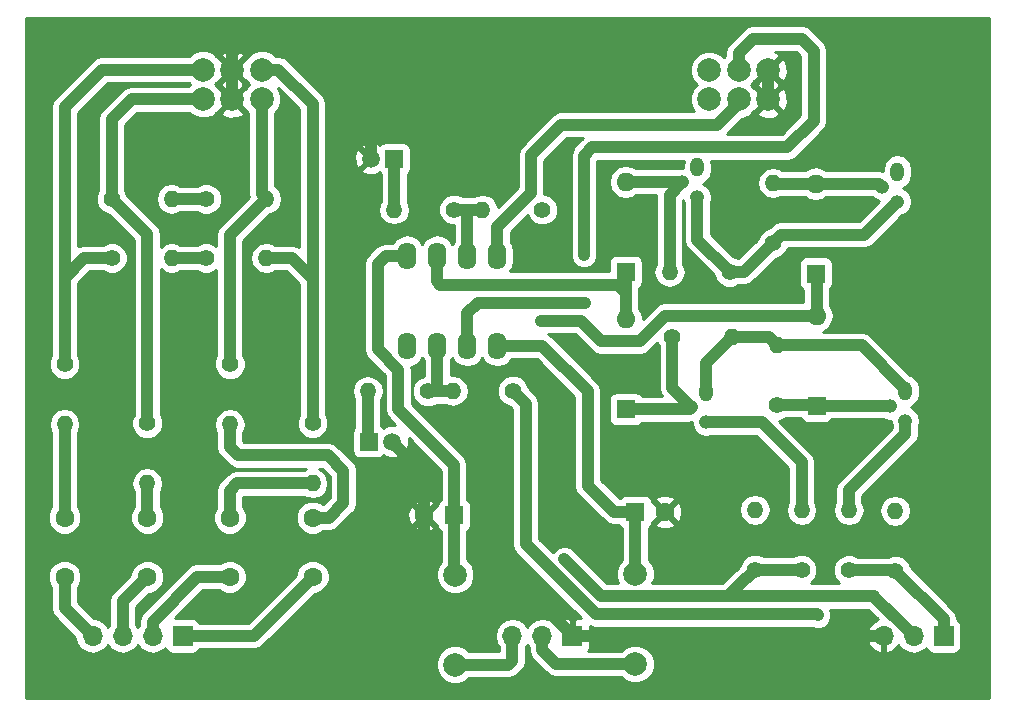
<source format=gbr>
G04 #@! TF.FileFunction,Copper,L2,Bot,Signal*
%FSLAX46Y46*%
G04 Gerber Fmt 4.6, Leading zero omitted, Abs format (unit mm)*
G04 Created by KiCad (PCBNEW 4.0.7) date Sunday 08 October 2017 21:17:18*
%MOMM*%
%LPD*%
G01*
G04 APERTURE LIST*
%ADD10C,0.100000*%
%ADD11C,1.998980*%
%ADD12O,1.600000X2.300000*%
%ADD13R,1.700000X1.700000*%
%ADD14O,1.700000X1.700000*%
%ADD15C,2.000000*%
%ADD16R,1.600000X1.600000*%
%ADD17C,1.600000*%
%ADD18R,1.500000X1.500000*%
%ADD19C,1.500000*%
%ADD20O,1.200000X1.600000*%
%ADD21O,1.200000X1.200000*%
%ADD22O,1.600000X1.600000*%
%ADD23C,1.400000*%
%ADD24O,1.400000X1.400000*%
%ADD25C,1.000000*%
%ADD26C,1.000000*%
%ADD27C,0.254000*%
G04 APERTURE END LIST*
D10*
D11*
X133075000Y-92805000D03*
X133075000Y-100425000D03*
X148325000Y-92755000D03*
X148325000Y-100375000D03*
D12*
X129005000Y-73450000D03*
X131545000Y-73450000D03*
X134085000Y-73450000D03*
X136625000Y-73450000D03*
X136625000Y-65830000D03*
X134085000Y-65830000D03*
X131545000Y-65830000D03*
X129005000Y-65830000D03*
D13*
X110000000Y-98000000D03*
D14*
X107460000Y-98000000D03*
X104920000Y-98000000D03*
X102380000Y-98000000D03*
D13*
X143000000Y-98000000D03*
D14*
X140460000Y-98000000D03*
X137920000Y-98000000D03*
D13*
X174425000Y-98000000D03*
D14*
X171885000Y-98000000D03*
X169345000Y-98000000D03*
D15*
X111700000Y-50050000D03*
X114200000Y-50050000D03*
X116700000Y-50050000D03*
X111700000Y-52550000D03*
X114200000Y-52550000D03*
X116700000Y-52550000D03*
X154575000Y-50075000D03*
X157075000Y-50075000D03*
X159575000Y-50075000D03*
X154575000Y-52575000D03*
X157075000Y-52575000D03*
X159575000Y-52575000D03*
D16*
X132975000Y-87800000D03*
D17*
X130475000Y-87800000D03*
D16*
X148325000Y-87500000D03*
D17*
X150825000Y-87500000D03*
D18*
X125750000Y-81550000D03*
D19*
X127750000Y-81550000D03*
D18*
X127925000Y-57600000D03*
D19*
X125925000Y-57600000D03*
D20*
X170500000Y-58685000D03*
D21*
X169230000Y-59955000D03*
X170500000Y-61225000D03*
D20*
X171175000Y-77260000D03*
D21*
X169905000Y-78530000D03*
X171175000Y-79800000D03*
D20*
X153575000Y-58335000D03*
D21*
X152305000Y-59605000D03*
X153575000Y-60875000D03*
D20*
X154350000Y-77375000D03*
D21*
X153080000Y-78645000D03*
X154350000Y-79915000D03*
D16*
X163600000Y-67320000D03*
D22*
X163600000Y-59700000D03*
D16*
X163675000Y-78495000D03*
D22*
X163675000Y-70875000D03*
D16*
X147525000Y-67175000D03*
D22*
X147525000Y-59555000D03*
D16*
X147525000Y-78800000D03*
D22*
X147525000Y-71180000D03*
D23*
X130755000Y-77275000D03*
D24*
X125675000Y-77275000D03*
D23*
X132980000Y-61900000D03*
D24*
X127900000Y-61900000D03*
D23*
X159975000Y-64730000D03*
D24*
X159975000Y-59650000D03*
D23*
X160325000Y-78450000D03*
D24*
X160325000Y-73370000D03*
D23*
X156305000Y-67175000D03*
D24*
X151225000Y-67175000D03*
D23*
X151445000Y-72675000D03*
D24*
X156525000Y-72675000D03*
D23*
X170325000Y-92475000D03*
D24*
X170325000Y-87395000D03*
D23*
X137955000Y-77250000D03*
D24*
X132875000Y-77250000D03*
D23*
X166400000Y-92430000D03*
D24*
X166400000Y-87350000D03*
D23*
X158450000Y-92400000D03*
D24*
X158450000Y-87320000D03*
D23*
X140455000Y-61900000D03*
D24*
X135375000Y-61900000D03*
D23*
X162400000Y-92405000D03*
D24*
X162400000Y-87325000D03*
D23*
X100000000Y-75000000D03*
D24*
X100000000Y-80080000D03*
D23*
X121000000Y-80000000D03*
D24*
X121000000Y-85080000D03*
D23*
X104000000Y-66000000D03*
D24*
X109080000Y-66000000D03*
D23*
X112000000Y-66000000D03*
D24*
X117080000Y-66000000D03*
D23*
X107000000Y-80000000D03*
D24*
X107000000Y-85080000D03*
D23*
X114000000Y-75000000D03*
D24*
X114000000Y-80080000D03*
D23*
X104000000Y-61000000D03*
D24*
X109080000Y-61000000D03*
D23*
X112000000Y-61000000D03*
D24*
X117080000Y-61000000D03*
D17*
X100000000Y-88000000D03*
X100000000Y-93000000D03*
X107000000Y-88000000D03*
X107000000Y-93000000D03*
X114000000Y-88000000D03*
X114000000Y-93000000D03*
X121000000Y-88000000D03*
X121000000Y-93000000D03*
D25*
X163800000Y-96250000D03*
X142325000Y-91525000D03*
X140350000Y-71325000D03*
X144025000Y-69775000D03*
X143975000Y-65750000D03*
D26*
X130475000Y-87800000D02*
X130475000Y-84275000D01*
X130475000Y-84275000D02*
X127750000Y-81550000D01*
X143000000Y-98000000D02*
X169345000Y-98000000D01*
X130475000Y-87800000D02*
X130475000Y-94050000D01*
X130475000Y-94050000D02*
X131900000Y-95475000D01*
X131900000Y-95475000D02*
X140525002Y-95475000D01*
X140525002Y-95475000D02*
X143000000Y-97949998D01*
X143000000Y-97949998D02*
X143000000Y-98000000D01*
X123550000Y-47650000D02*
X115185787Y-47650000D01*
X115185787Y-47650000D02*
X114200000Y-48635787D01*
X114200000Y-48635787D02*
X114200000Y-50050000D01*
X125925000Y-50025000D02*
X123550000Y-47650000D01*
X125925000Y-57600000D02*
X125925000Y-50025000D01*
X159575000Y-50075000D02*
X159575000Y-52575000D01*
X114200000Y-50050000D02*
X114200000Y-52550000D01*
X125675000Y-77275000D02*
X125675000Y-81475000D01*
X125675000Y-81475000D02*
X125750000Y-81550000D01*
X127925000Y-57600000D02*
X127925000Y-61875000D01*
X127925000Y-61875000D02*
X127900000Y-61900000D01*
X129005000Y-65830000D02*
X127205000Y-65830000D01*
X127205000Y-65830000D02*
X126525000Y-66510000D01*
X126525000Y-66510000D02*
X126525000Y-73725000D01*
X128250000Y-75449177D02*
X128250000Y-78800000D01*
X126525000Y-73725000D02*
X126525823Y-73725000D01*
X126525823Y-73725000D02*
X128250000Y-75449177D01*
X128250000Y-78800000D02*
X132975000Y-83525000D01*
X132975000Y-83525000D02*
X132975000Y-83825000D01*
X132975000Y-83825000D02*
X132975000Y-87800000D01*
X159975000Y-64730000D02*
X160674999Y-64030001D01*
X160674999Y-64030001D02*
X167694999Y-64030001D01*
X167694999Y-64030001D02*
X169900001Y-61824999D01*
X169900001Y-61824999D02*
X170500000Y-61225000D01*
X153575000Y-60875000D02*
X153575000Y-64445000D01*
X153575000Y-64445000D02*
X156305000Y-67175000D01*
X156305000Y-67175000D02*
X157530000Y-67175000D01*
X157530000Y-67175000D02*
X159975000Y-64730000D01*
X132975000Y-87800000D02*
X132975000Y-92705000D01*
X132975000Y-92705000D02*
X133075000Y-92805000D01*
X136625000Y-73450000D02*
X140450000Y-73450000D01*
X140450000Y-73450000D02*
X144300000Y-77300000D01*
X148325000Y-87500000D02*
X146525000Y-87500000D01*
X146525000Y-87500000D02*
X144300000Y-85275000D01*
X144300000Y-85275000D02*
X144300000Y-77300000D01*
X154350000Y-77375000D02*
X154350000Y-74850000D01*
X154350000Y-74850000D02*
X156525000Y-72675000D01*
X160325000Y-73370000D02*
X167485000Y-73370000D01*
X167485000Y-73370000D02*
X171175000Y-77060000D01*
X171175000Y-77060000D02*
X171175000Y-77260000D01*
X156525000Y-72675000D02*
X159630000Y-72675000D01*
X159630000Y-72675000D02*
X160325000Y-73370000D01*
X148325000Y-92755000D02*
X148325000Y-87500000D01*
X144995097Y-96175010D02*
X163725010Y-96175010D01*
X163725010Y-96175010D02*
X163800000Y-96250000D01*
X144995097Y-96175010D02*
X163024990Y-96175010D01*
X163024990Y-96175010D02*
X163025000Y-96175000D01*
X139054990Y-90234903D02*
X144995097Y-96175010D01*
X174425000Y-98000000D02*
X174425000Y-96575000D01*
X174425000Y-96575000D02*
X170325000Y-92475000D01*
X166400000Y-92430000D02*
X170280000Y-92430000D01*
X170280000Y-92430000D02*
X170325000Y-92475000D01*
X137955000Y-77250000D02*
X139054990Y-78349990D01*
X139054990Y-78349990D02*
X139054990Y-90234903D01*
X146000000Y-94654491D02*
X156175000Y-94654491D01*
X156175000Y-94654491D02*
X168539491Y-94654491D01*
X158450000Y-92400000D02*
X157750001Y-93099999D01*
X157750001Y-93099999D02*
X157729492Y-93099999D01*
X157729492Y-93099999D02*
X156175000Y-94654491D01*
X146000000Y-94654491D02*
X145454491Y-94654491D01*
X145454491Y-94654491D02*
X142325000Y-91525000D01*
X168539491Y-94654491D02*
X168660000Y-94775000D01*
X168660000Y-94775000D02*
X171885000Y-98000000D01*
X160225000Y-92400000D02*
X162395000Y-92400000D01*
X158450000Y-92400000D02*
X160225000Y-92400000D01*
X171885000Y-98000000D02*
X169510000Y-95625000D01*
X162395000Y-92400000D02*
X162400000Y-92405000D01*
X163600000Y-59700000D02*
X160025000Y-59700000D01*
X160025000Y-59700000D02*
X159975000Y-59650000D01*
X163600000Y-59700000D02*
X168975000Y-59700000D01*
X168975000Y-59700000D02*
X169230000Y-59955000D01*
X140350000Y-71325000D02*
X143725000Y-71325000D01*
X143725000Y-71325000D02*
X145450000Y-73050000D01*
X145450000Y-73050000D02*
X148701998Y-73050000D01*
X148701998Y-73050000D02*
X150876998Y-70875000D01*
X150876998Y-70875000D02*
X163675000Y-70875000D01*
X163675000Y-70875000D02*
X163675000Y-67395000D01*
X163675000Y-67395000D02*
X163600000Y-67320000D01*
X163675000Y-78495000D02*
X169870000Y-78495000D01*
X169870000Y-78495000D02*
X169905000Y-78530000D01*
X160325000Y-78450000D02*
X163630000Y-78450000D01*
X163630000Y-78450000D02*
X163675000Y-78495000D01*
X147525000Y-59555000D02*
X152255000Y-59555000D01*
X152255000Y-59555000D02*
X152305000Y-59605000D01*
X152305000Y-59605000D02*
X151225000Y-60685000D01*
X151225000Y-60685000D02*
X151225000Y-67175000D01*
X131545000Y-65830000D02*
X131545000Y-67980000D01*
X146850000Y-68250000D02*
X147525000Y-68925000D01*
X131545000Y-67980000D02*
X131815000Y-68250000D01*
X131815000Y-68250000D02*
X146850000Y-68250000D01*
X147525000Y-67175000D02*
X147525000Y-68925000D01*
X147525000Y-68925000D02*
X147525000Y-71180000D01*
X147525000Y-78800000D02*
X152925000Y-78800000D01*
X152925000Y-78800000D02*
X153080000Y-78645000D01*
X153080000Y-78645000D02*
X151445000Y-77010000D01*
X151445000Y-77010000D02*
X151445000Y-72675000D01*
X166400000Y-87350000D02*
X166400000Y-85650000D01*
X171175000Y-79800000D02*
X171175000Y-80875000D01*
X171175000Y-80875000D02*
X166400000Y-85650000D01*
X159015000Y-79915000D02*
X162400000Y-83300000D01*
X162400000Y-83300000D02*
X162400000Y-87325000D01*
X154350000Y-79915000D02*
X159015000Y-79915000D01*
X130755000Y-77275000D02*
X131425000Y-77275000D01*
X131545000Y-77155000D02*
X131425000Y-77275000D01*
X131425000Y-77275000D02*
X132850000Y-77275000D01*
X131545000Y-73450000D02*
X131545000Y-77155000D01*
X132850000Y-77275000D02*
X132875000Y-77250000D01*
X134225000Y-61900000D02*
X135375000Y-61900000D01*
X132980000Y-61900000D02*
X134225000Y-61900000D01*
X134225000Y-61900000D02*
X134085000Y-62040000D01*
X134085000Y-62040000D02*
X134085000Y-65830000D01*
X114000000Y-82000000D02*
X114000000Y-80080000D01*
X114700000Y-82700000D02*
X114000000Y-82000000D01*
X122300000Y-82700000D02*
X114700000Y-82700000D01*
X123600000Y-84000000D02*
X122300000Y-82700000D01*
X123600000Y-86750000D02*
X123600000Y-84000000D01*
X122350000Y-88000000D02*
X123600000Y-86750000D01*
X121000000Y-88000000D02*
X122350000Y-88000000D01*
X114630000Y-85080000D02*
X114000000Y-85710000D01*
X114000000Y-85710000D02*
X114000000Y-86868630D01*
X121000000Y-85080000D02*
X114630000Y-85080000D01*
X114000000Y-88000000D02*
X114000000Y-86868630D01*
X100000000Y-80080000D02*
X100000000Y-85080000D01*
X100000000Y-88000000D02*
X100000000Y-85080000D01*
X107000000Y-85080000D02*
X107000000Y-88000000D01*
X155237002Y-54725000D02*
X142075000Y-54725000D01*
X142075000Y-54725000D02*
X139500000Y-57300000D01*
X157075000Y-52575000D02*
X157075000Y-52887002D01*
X157075000Y-52887002D02*
X155237002Y-54725000D01*
X136625000Y-63361998D02*
X136625000Y-65830000D01*
X139500000Y-57300000D02*
X139500000Y-60486998D01*
X139500000Y-60486998D02*
X136625000Y-63361998D01*
X109080000Y-61000000D02*
X112000000Y-61000000D01*
X144025000Y-69775000D02*
X134975000Y-69775000D01*
X134975000Y-69775000D02*
X134085000Y-70665000D01*
X143975000Y-57350000D02*
X143975000Y-65750000D01*
X144690010Y-56634990D02*
X143975000Y-57350000D01*
X163425000Y-54400000D02*
X161190010Y-56634990D01*
X161190010Y-56634990D02*
X144690010Y-56634990D01*
X163425000Y-48450000D02*
X163425000Y-54400000D01*
X162400000Y-47425000D02*
X163425000Y-48450000D01*
X158310787Y-47425000D02*
X162400000Y-47425000D01*
X157075000Y-50075000D02*
X157075000Y-48660787D01*
X157075000Y-48660787D02*
X158310787Y-47425000D01*
X134085000Y-73450000D02*
X134085000Y-70665000D01*
X134085000Y-73450000D02*
X134085000Y-73100000D01*
X109080000Y-66000000D02*
X112000000Y-66000000D01*
X100000000Y-68500000D02*
X100000000Y-67675000D01*
X100000000Y-53250000D02*
X103200000Y-50050000D01*
X100000000Y-75000000D02*
X100000000Y-68500000D01*
X100000000Y-68500000D02*
X100000000Y-53250000D01*
X103200000Y-50050000D02*
X101625000Y-51625000D01*
X111700000Y-50050000D02*
X103200000Y-50050000D01*
X100000000Y-67675000D02*
X101675000Y-66000000D01*
X101675000Y-66000000D02*
X104000000Y-66000000D01*
X116700000Y-50050000D02*
X118114213Y-50050000D01*
X118114213Y-50050000D02*
X121000000Y-52935787D01*
X121000000Y-52935787D02*
X121000000Y-67775000D01*
X121000000Y-80000000D02*
X121000000Y-67775000D01*
X121000000Y-67775000D02*
X119225000Y-66000000D01*
X119225000Y-66000000D02*
X117080000Y-66000000D01*
X111700000Y-52550000D02*
X105700000Y-52550000D01*
X105700000Y-52550000D02*
X104000000Y-54250000D01*
X104000000Y-61000000D02*
X104000000Y-54250000D01*
X104000000Y-61000000D02*
X107000000Y-64000000D01*
X107000000Y-64000000D02*
X107000000Y-80000000D01*
X116700000Y-52550000D02*
X116700000Y-60620000D01*
X116700000Y-60620000D02*
X117080000Y-61000000D01*
X114000000Y-75000000D02*
X114000000Y-64080000D01*
X114000000Y-64080000D02*
X117080000Y-61000000D01*
X140460000Y-98000000D02*
X140460000Y-99202081D01*
X140460000Y-99202081D02*
X141632919Y-100375000D01*
X146911508Y-100375000D02*
X148325000Y-100375000D01*
X141632919Y-100375000D02*
X146911508Y-100375000D01*
X137920000Y-100080000D02*
X137575000Y-100425000D01*
X137575000Y-100425000D02*
X133075000Y-100425000D01*
X137920000Y-98000000D02*
X137920000Y-100080000D01*
X100000000Y-93000000D02*
X100000000Y-95620000D01*
X100000000Y-95620000D02*
X102380000Y-98000000D01*
X104920000Y-98000000D02*
X104920000Y-95080000D01*
X104920000Y-95080000D02*
X107000000Y-93000000D01*
X107460000Y-98000000D02*
X107460000Y-96797919D01*
X107460000Y-96797919D02*
X111257919Y-93000000D01*
X111257919Y-93000000D02*
X112868630Y-93000000D01*
X112868630Y-93000000D02*
X114000000Y-93000000D01*
X110000000Y-98000000D02*
X116000000Y-98000000D01*
X116000000Y-98000000D02*
X121000000Y-93000000D01*
D27*
G36*
X178290000Y-103290000D02*
X96710000Y-103290000D01*
X96710000Y-100748694D01*
X131440226Y-100748694D01*
X131688538Y-101349655D01*
X132147927Y-101809846D01*
X132748453Y-102059206D01*
X133398694Y-102059774D01*
X133999655Y-101811462D01*
X134251556Y-101560000D01*
X137575000Y-101560000D01*
X138009346Y-101473603D01*
X138377566Y-101227566D01*
X138722566Y-100882566D01*
X138968604Y-100514345D01*
X139055000Y-100080000D01*
X139055000Y-98952016D01*
X139190000Y-98749974D01*
X139325000Y-98952016D01*
X139325000Y-99202081D01*
X139411397Y-99636427D01*
X139614675Y-99940654D01*
X139657434Y-100004647D01*
X140830353Y-101177566D01*
X141198573Y-101423603D01*
X141632919Y-101510000D01*
X147148516Y-101510000D01*
X147397927Y-101759846D01*
X147998453Y-102009206D01*
X148648694Y-102009774D01*
X149249655Y-101761462D01*
X149709846Y-101302073D01*
X149959206Y-100701547D01*
X149959774Y-100051306D01*
X149711462Y-99450345D01*
X149252073Y-98990154D01*
X148651547Y-98740794D01*
X148001306Y-98740226D01*
X147400345Y-98988538D01*
X147148444Y-99240000D01*
X144358025Y-99240000D01*
X144388327Y-99209698D01*
X144485000Y-98976309D01*
X144485000Y-98356892D01*
X167903514Y-98356892D01*
X168149817Y-98881358D01*
X168578076Y-99271645D01*
X168988110Y-99441476D01*
X169218000Y-99320155D01*
X169218000Y-98127000D01*
X168024181Y-98127000D01*
X167903514Y-98356892D01*
X144485000Y-98356892D01*
X144485000Y-98285750D01*
X144326250Y-98127000D01*
X143127000Y-98127000D01*
X143127000Y-98147000D01*
X142873000Y-98147000D01*
X142873000Y-98127000D01*
X142853000Y-98127000D01*
X142853000Y-97873000D01*
X142873000Y-97873000D01*
X142873000Y-96673750D01*
X142714250Y-96515000D01*
X142023690Y-96515000D01*
X141790301Y-96611673D01*
X141611673Y-96790302D01*
X141539403Y-96964777D01*
X141510054Y-96920853D01*
X141028285Y-96598946D01*
X140460000Y-96485907D01*
X139891715Y-96598946D01*
X139409946Y-96920853D01*
X139190000Y-97250026D01*
X138970054Y-96920853D01*
X138488285Y-96598946D01*
X137920000Y-96485907D01*
X137351715Y-96598946D01*
X136869946Y-96920853D01*
X136548039Y-97402622D01*
X136435000Y-97970907D01*
X136435000Y-98029093D01*
X136548039Y-98597378D01*
X136785000Y-98952016D01*
X136785000Y-99290000D01*
X134251484Y-99290000D01*
X134002073Y-99040154D01*
X133401547Y-98790794D01*
X132751306Y-98790226D01*
X132150345Y-99038538D01*
X131690154Y-99497927D01*
X131440794Y-100098453D01*
X131440226Y-100748694D01*
X96710000Y-100748694D01*
X96710000Y-93284187D01*
X98564752Y-93284187D01*
X98782757Y-93811800D01*
X98865000Y-93894187D01*
X98865000Y-95620000D01*
X98951397Y-96054346D01*
X99058743Y-96215000D01*
X99197434Y-96422566D01*
X100917605Y-98142737D01*
X101008039Y-98597378D01*
X101329946Y-99079147D01*
X101811715Y-99401054D01*
X102380000Y-99514093D01*
X102948285Y-99401054D01*
X103430054Y-99079147D01*
X103650000Y-98749974D01*
X103869946Y-99079147D01*
X104351715Y-99401054D01*
X104920000Y-99514093D01*
X105488285Y-99401054D01*
X105970054Y-99079147D01*
X106190000Y-98749974D01*
X106409946Y-99079147D01*
X106891715Y-99401054D01*
X107460000Y-99514093D01*
X108028285Y-99401054D01*
X108510054Y-99079147D01*
X108537850Y-99037548D01*
X108546838Y-99085317D01*
X108685910Y-99301441D01*
X108898110Y-99446431D01*
X109150000Y-99497440D01*
X110850000Y-99497440D01*
X111085317Y-99453162D01*
X111301441Y-99314090D01*
X111423808Y-99135000D01*
X116000000Y-99135000D01*
X116434346Y-99048603D01*
X116802566Y-98802566D01*
X121169984Y-94435148D01*
X121284187Y-94435248D01*
X121811800Y-94217243D01*
X122215824Y-93813923D01*
X122434750Y-93286691D01*
X122435248Y-92715813D01*
X122217243Y-92188200D01*
X121813923Y-91784176D01*
X121286691Y-91565250D01*
X120715813Y-91564752D01*
X120188200Y-91782757D01*
X119784176Y-92186077D01*
X119565250Y-92713309D01*
X119565148Y-92829720D01*
X115529868Y-96865000D01*
X111421192Y-96865000D01*
X111314090Y-96698559D01*
X111101890Y-96553569D01*
X110850000Y-96502560D01*
X109360491Y-96502560D01*
X111728052Y-94135000D01*
X113105394Y-94135000D01*
X113186077Y-94215824D01*
X113713309Y-94434750D01*
X114284187Y-94435248D01*
X114811800Y-94217243D01*
X115215824Y-93813923D01*
X115434750Y-93286691D01*
X115435248Y-92715813D01*
X115217243Y-92188200D01*
X114813923Y-91784176D01*
X114286691Y-91565250D01*
X113715813Y-91564752D01*
X113188200Y-91782757D01*
X113105813Y-91865000D01*
X111257919Y-91865000D01*
X110823574Y-91951396D01*
X110455353Y-92197433D01*
X106657434Y-95995353D01*
X106411397Y-96363573D01*
X106325000Y-96797919D01*
X106325000Y-97047984D01*
X106190000Y-97250026D01*
X106055000Y-97047984D01*
X106055000Y-95550132D01*
X107169984Y-94435148D01*
X107284187Y-94435248D01*
X107811800Y-94217243D01*
X108215824Y-93813923D01*
X108434750Y-93286691D01*
X108435248Y-92715813D01*
X108217243Y-92188200D01*
X107813923Y-91784176D01*
X107286691Y-91565250D01*
X106715813Y-91564752D01*
X106188200Y-91782757D01*
X105784176Y-92186077D01*
X105565250Y-92713309D01*
X105565148Y-92829720D01*
X104117434Y-94277434D01*
X103871397Y-94645654D01*
X103785000Y-95080000D01*
X103785000Y-97047984D01*
X103650000Y-97250026D01*
X103430054Y-96920853D01*
X102948285Y-96598946D01*
X102493644Y-96508512D01*
X101135000Y-95149868D01*
X101135000Y-93894606D01*
X101215824Y-93813923D01*
X101434750Y-93286691D01*
X101435248Y-92715813D01*
X101217243Y-92188200D01*
X100813923Y-91784176D01*
X100286691Y-91565250D01*
X99715813Y-91564752D01*
X99188200Y-91782757D01*
X98784176Y-92186077D01*
X98565250Y-92713309D01*
X98564752Y-93284187D01*
X96710000Y-93284187D01*
X96710000Y-88284187D01*
X98564752Y-88284187D01*
X98782757Y-88811800D01*
X99186077Y-89215824D01*
X99713309Y-89434750D01*
X100284187Y-89435248D01*
X100811800Y-89217243D01*
X101215824Y-88813923D01*
X101434750Y-88286691D01*
X101434752Y-88284187D01*
X105564752Y-88284187D01*
X105782757Y-88811800D01*
X106186077Y-89215824D01*
X106713309Y-89434750D01*
X107284187Y-89435248D01*
X107811800Y-89217243D01*
X108215824Y-88813923D01*
X108434750Y-88286691D01*
X108434752Y-88284187D01*
X112564752Y-88284187D01*
X112782757Y-88811800D01*
X113186077Y-89215824D01*
X113713309Y-89434750D01*
X114284187Y-89435248D01*
X114811800Y-89217243D01*
X115215824Y-88813923D01*
X115434750Y-88286691D01*
X115435248Y-87715813D01*
X115217243Y-87188200D01*
X115135000Y-87105813D01*
X115135000Y-86215000D01*
X120302740Y-86215000D01*
X120489118Y-86339533D01*
X121000000Y-86441154D01*
X121510882Y-86339533D01*
X121943988Y-86050142D01*
X122233379Y-85617036D01*
X122335000Y-85106154D01*
X122335000Y-85053846D01*
X122233379Y-84542964D01*
X121943988Y-84109858D01*
X121532632Y-83835000D01*
X121829868Y-83835000D01*
X122465000Y-84470132D01*
X122465000Y-86279868D01*
X121887244Y-86857624D01*
X121813923Y-86784176D01*
X121286691Y-86565250D01*
X120715813Y-86564752D01*
X120188200Y-86782757D01*
X119784176Y-87186077D01*
X119565250Y-87713309D01*
X119564752Y-88284187D01*
X119782757Y-88811800D01*
X120186077Y-89215824D01*
X120713309Y-89434750D01*
X121284187Y-89435248D01*
X121811800Y-89217243D01*
X121894187Y-89135000D01*
X122350000Y-89135000D01*
X122784346Y-89048603D01*
X123144815Y-88807745D01*
X129646861Y-88807745D01*
X129720995Y-89053864D01*
X130258223Y-89246965D01*
X130828454Y-89219778D01*
X131229005Y-89053864D01*
X131303139Y-88807745D01*
X130475000Y-87979605D01*
X129646861Y-88807745D01*
X123144815Y-88807745D01*
X123152566Y-88802566D01*
X124371909Y-87583223D01*
X129028035Y-87583223D01*
X129055222Y-88153454D01*
X129221136Y-88554005D01*
X129467255Y-88628139D01*
X130295395Y-87800000D01*
X129467255Y-86971861D01*
X129221136Y-87045995D01*
X129028035Y-87583223D01*
X124371909Y-87583223D01*
X124402566Y-87552566D01*
X124648603Y-87184346D01*
X124726594Y-86792255D01*
X129646861Y-86792255D01*
X130475000Y-87620395D01*
X131303139Y-86792255D01*
X131229005Y-86546136D01*
X130691777Y-86353035D01*
X130121546Y-86380222D01*
X129720995Y-86546136D01*
X129646861Y-86792255D01*
X124726594Y-86792255D01*
X124735000Y-86750000D01*
X124735000Y-84000000D01*
X124724060Y-83945000D01*
X124648604Y-83565655D01*
X124402566Y-83197434D01*
X123102566Y-81897434D01*
X123099594Y-81895448D01*
X122734346Y-81651397D01*
X122300000Y-81565000D01*
X115170133Y-81565000D01*
X115135000Y-81529868D01*
X115135000Y-80764271D01*
X115233379Y-80617036D01*
X115335000Y-80106154D01*
X115335000Y-80053846D01*
X115233379Y-79542964D01*
X114943988Y-79109858D01*
X114510882Y-78820467D01*
X114000000Y-78718846D01*
X113489118Y-78820467D01*
X113056012Y-79109858D01*
X112766621Y-79542964D01*
X112665000Y-80053846D01*
X112665000Y-80106154D01*
X112766621Y-80617036D01*
X112865000Y-80764271D01*
X112865000Y-82000000D01*
X112951397Y-82434346D01*
X113163273Y-82751441D01*
X113197434Y-82802566D01*
X113897433Y-83502566D01*
X114244315Y-83734345D01*
X114265654Y-83748603D01*
X114700000Y-83835000D01*
X120467368Y-83835000D01*
X120302740Y-83945000D01*
X114630000Y-83945000D01*
X114195655Y-84031396D01*
X113827434Y-84277433D01*
X113197434Y-84907434D01*
X112951397Y-85275654D01*
X112865000Y-85710000D01*
X112865000Y-87105394D01*
X112784176Y-87186077D01*
X112565250Y-87713309D01*
X112564752Y-88284187D01*
X108434752Y-88284187D01*
X108435248Y-87715813D01*
X108217243Y-87188200D01*
X108135000Y-87105813D01*
X108135000Y-85764271D01*
X108233379Y-85617036D01*
X108335000Y-85106154D01*
X108335000Y-85053846D01*
X108233379Y-84542964D01*
X107943988Y-84109858D01*
X107510882Y-83820467D01*
X107000000Y-83718846D01*
X106489118Y-83820467D01*
X106056012Y-84109858D01*
X105766621Y-84542964D01*
X105665000Y-85053846D01*
X105665000Y-85106154D01*
X105766621Y-85617036D01*
X105865000Y-85764271D01*
X105865000Y-87105394D01*
X105784176Y-87186077D01*
X105565250Y-87713309D01*
X105564752Y-88284187D01*
X101434752Y-88284187D01*
X101435248Y-87715813D01*
X101217243Y-87188200D01*
X101135000Y-87105813D01*
X101135000Y-80764271D01*
X101233379Y-80617036D01*
X101335000Y-80106154D01*
X101335000Y-80053846D01*
X101233379Y-79542964D01*
X100943988Y-79109858D01*
X100510882Y-78820467D01*
X100000000Y-78718846D01*
X99489118Y-78820467D01*
X99056012Y-79109858D01*
X98766621Y-79542964D01*
X98665000Y-80053846D01*
X98665000Y-80106154D01*
X98766621Y-80617036D01*
X98865000Y-80764271D01*
X98865000Y-87105394D01*
X98784176Y-87186077D01*
X98565250Y-87713309D01*
X98564752Y-88284187D01*
X96710000Y-88284187D01*
X96710000Y-75264383D01*
X98664769Y-75264383D01*
X98867582Y-75755229D01*
X99242796Y-76131098D01*
X99733287Y-76334768D01*
X100264383Y-76335231D01*
X100755229Y-76132418D01*
X101131098Y-75757204D01*
X101334768Y-75266713D01*
X101335231Y-74735617D01*
X101135000Y-74251020D01*
X101135000Y-68145132D01*
X102145132Y-67135000D01*
X103252193Y-67135000D01*
X103733287Y-67334768D01*
X104264383Y-67335231D01*
X104755229Y-67132418D01*
X105131098Y-66757204D01*
X105334768Y-66266713D01*
X105335231Y-65735617D01*
X105132418Y-65244771D01*
X104757204Y-64868902D01*
X104266713Y-64665232D01*
X103735617Y-64664769D01*
X103251020Y-64865000D01*
X101675000Y-64865000D01*
X101240654Y-64951397D01*
X101135000Y-65021993D01*
X101135000Y-53720132D01*
X103670132Y-51185000D01*
X110522796Y-51185000D01*
X110637759Y-51300164D01*
X110522722Y-51415000D01*
X105700000Y-51415000D01*
X105265654Y-51501397D01*
X104953883Y-51709716D01*
X104897434Y-51747434D01*
X103197434Y-53447434D01*
X102951397Y-53815654D01*
X102865000Y-54250000D01*
X102865000Y-60252193D01*
X102665232Y-60733287D01*
X102664769Y-61264383D01*
X102867582Y-61755229D01*
X103242796Y-62131098D01*
X103727043Y-62332175D01*
X105865000Y-64470132D01*
X105865000Y-79252193D01*
X105665232Y-79733287D01*
X105664769Y-80264383D01*
X105867582Y-80755229D01*
X106242796Y-81131098D01*
X106733287Y-81334768D01*
X107264383Y-81335231D01*
X107755229Y-81132418D01*
X108131098Y-80757204D01*
X108334768Y-80266713D01*
X108335231Y-79735617D01*
X108135000Y-79251020D01*
X108135000Y-66960787D01*
X108542964Y-67233379D01*
X109053846Y-67335000D01*
X109106154Y-67335000D01*
X109617036Y-67233379D01*
X109764271Y-67135000D01*
X111252193Y-67135000D01*
X111733287Y-67334768D01*
X112264383Y-67335231D01*
X112755229Y-67132418D01*
X112865000Y-67022838D01*
X112865000Y-74252193D01*
X112665232Y-74733287D01*
X112664769Y-75264383D01*
X112867582Y-75755229D01*
X113242796Y-76131098D01*
X113733287Y-76334768D01*
X114264383Y-76335231D01*
X114755229Y-76132418D01*
X115131098Y-75757204D01*
X115334768Y-75266713D01*
X115335231Y-74735617D01*
X115135000Y-74251020D01*
X115135000Y-64550132D01*
X117410713Y-62274419D01*
X117617036Y-62233379D01*
X118050142Y-61943988D01*
X118339533Y-61510882D01*
X118441154Y-61000000D01*
X118339533Y-60489118D01*
X118050142Y-60056012D01*
X117835000Y-59912259D01*
X117835000Y-53727204D01*
X118085278Y-53477363D01*
X118334716Y-52876648D01*
X118335284Y-52226205D01*
X118088835Y-51629754D01*
X119865000Y-53405919D01*
X119865000Y-65088811D01*
X119659346Y-64951397D01*
X119225000Y-64865000D01*
X117764271Y-64865000D01*
X117617036Y-64766621D01*
X117106154Y-64665000D01*
X117053846Y-64665000D01*
X116542964Y-64766621D01*
X116109858Y-65056012D01*
X115820467Y-65489118D01*
X115718846Y-66000000D01*
X115820467Y-66510882D01*
X116109858Y-66943988D01*
X116542964Y-67233379D01*
X117053846Y-67335000D01*
X117106154Y-67335000D01*
X117617036Y-67233379D01*
X117764271Y-67135000D01*
X118754868Y-67135000D01*
X119865000Y-68245132D01*
X119865000Y-79252193D01*
X119665232Y-79733287D01*
X119664769Y-80264383D01*
X119867582Y-80755229D01*
X120242796Y-81131098D01*
X120733287Y-81334768D01*
X121264383Y-81335231D01*
X121755229Y-81132418D01*
X122131098Y-80757204D01*
X122334768Y-80266713D01*
X122335231Y-79735617D01*
X122135000Y-79251020D01*
X122135000Y-77275000D01*
X124313846Y-77275000D01*
X124415467Y-77785882D01*
X124540000Y-77972260D01*
X124540000Y-80348437D01*
X124403569Y-80548110D01*
X124352560Y-80800000D01*
X124352560Y-82300000D01*
X124396838Y-82535317D01*
X124535910Y-82751441D01*
X124748110Y-82896431D01*
X125000000Y-82947440D01*
X126500000Y-82947440D01*
X126735317Y-82903162D01*
X126951441Y-82764090D01*
X127004588Y-82686307D01*
X127026077Y-82762460D01*
X127545171Y-82947201D01*
X128095448Y-82919230D01*
X128473923Y-82762460D01*
X128541912Y-82521517D01*
X127750000Y-81729605D01*
X127735858Y-81743748D01*
X127556253Y-81564143D01*
X127570395Y-81550000D01*
X127556253Y-81535858D01*
X127735858Y-81356253D01*
X127750000Y-81370395D01*
X127764143Y-81356253D01*
X127943748Y-81535858D01*
X127929605Y-81550000D01*
X128721517Y-82341912D01*
X128962460Y-82273923D01*
X129147201Y-81754829D01*
X129122969Y-81278101D01*
X131840000Y-83995132D01*
X131840000Y-86460982D01*
X131723559Y-86535910D01*
X131578569Y-86748110D01*
X131530354Y-86986201D01*
X131482745Y-86971861D01*
X130654605Y-87800000D01*
X131482745Y-88628139D01*
X131530167Y-88613855D01*
X131571838Y-88835317D01*
X131710910Y-89051441D01*
X131840000Y-89139644D01*
X131840000Y-91728342D01*
X131690154Y-91877927D01*
X131440794Y-92478453D01*
X131440226Y-93128694D01*
X131688538Y-93729655D01*
X132147927Y-94189846D01*
X132748453Y-94439206D01*
X133398694Y-94439774D01*
X133999655Y-94191462D01*
X134459846Y-93732073D01*
X134709206Y-93131547D01*
X134709774Y-92481306D01*
X134461462Y-91880345D01*
X134110000Y-91528269D01*
X134110000Y-89139018D01*
X134226441Y-89064090D01*
X134371431Y-88851890D01*
X134422440Y-88600000D01*
X134422440Y-87000000D01*
X134378162Y-86764683D01*
X134239090Y-86548559D01*
X134110000Y-86460356D01*
X134110000Y-83525000D01*
X134023603Y-83090654D01*
X133777566Y-82722434D01*
X129385000Y-78329868D01*
X129385000Y-75449177D01*
X129336247Y-75204081D01*
X129554151Y-75160737D01*
X130019698Y-74849668D01*
X130275000Y-74467582D01*
X130410000Y-74669624D01*
X130410000Y-75973079D01*
X129999771Y-76142582D01*
X129623902Y-76517796D01*
X129420232Y-77008287D01*
X129419769Y-77539383D01*
X129622582Y-78030229D01*
X129997796Y-78406098D01*
X130488287Y-78609768D01*
X131019383Y-78610231D01*
X131503980Y-78410000D01*
X132228144Y-78410000D01*
X132337964Y-78483379D01*
X132848846Y-78585000D01*
X132901154Y-78585000D01*
X133412036Y-78483379D01*
X133845142Y-78193988D01*
X134134533Y-77760882D01*
X134236154Y-77250000D01*
X134134533Y-76739118D01*
X133845142Y-76306012D01*
X133412036Y-76016621D01*
X132901154Y-75915000D01*
X132848846Y-75915000D01*
X132680000Y-75948586D01*
X132680000Y-74669624D01*
X132815000Y-74467582D01*
X133070302Y-74849668D01*
X133535849Y-75160737D01*
X134085000Y-75269970D01*
X134634151Y-75160737D01*
X135099698Y-74849668D01*
X135355000Y-74467582D01*
X135610302Y-74849668D01*
X136075849Y-75160737D01*
X136625000Y-75269970D01*
X137174151Y-75160737D01*
X137639698Y-74849668D01*
X137816544Y-74585000D01*
X139979868Y-74585000D01*
X143165000Y-77770132D01*
X143165000Y-85275000D01*
X143251397Y-85709346D01*
X143418108Y-85958846D01*
X143497434Y-86077566D01*
X145722434Y-88302566D01*
X146090654Y-88548603D01*
X146525000Y-88635000D01*
X146985982Y-88635000D01*
X147060910Y-88751441D01*
X147190000Y-88839644D01*
X147190000Y-91578516D01*
X146940154Y-91827927D01*
X146690794Y-92428453D01*
X146690226Y-93078694D01*
X146872360Y-93519491D01*
X145924623Y-93519491D01*
X143127980Y-90722848D01*
X142968765Y-90563355D01*
X142551756Y-90390197D01*
X142100225Y-90389803D01*
X141682914Y-90562233D01*
X141363355Y-90881235D01*
X141346660Y-90921441D01*
X140189990Y-89764771D01*
X140189990Y-78349990D01*
X140103593Y-77915644D01*
X139857556Y-77547424D01*
X139286346Y-76976214D01*
X139087418Y-76494771D01*
X138712204Y-76118902D01*
X138221713Y-75915232D01*
X137690617Y-75914769D01*
X137199771Y-76117582D01*
X136823902Y-76492796D01*
X136620232Y-76983287D01*
X136619769Y-77514383D01*
X136822582Y-78005229D01*
X137197796Y-78381098D01*
X137682043Y-78582175D01*
X137919990Y-78820122D01*
X137919990Y-90234903D01*
X138006387Y-90669249D01*
X138148032Y-90881235D01*
X138252424Y-91037469D01*
X143729955Y-96515000D01*
X143285750Y-96515000D01*
X143127000Y-96673750D01*
X143127000Y-97873000D01*
X144326250Y-97873000D01*
X144485000Y-97714250D01*
X144485000Y-97172998D01*
X144560751Y-97223613D01*
X144995097Y-97310010D01*
X163393123Y-97310010D01*
X163573244Y-97384803D01*
X164024775Y-97385197D01*
X164442086Y-97212767D01*
X164761645Y-96893765D01*
X164934803Y-96476756D01*
X164935197Y-96025225D01*
X164837793Y-95789491D01*
X168069359Y-95789491D01*
X168882241Y-96602373D01*
X168578076Y-96728355D01*
X168149817Y-97118642D01*
X167903514Y-97643108D01*
X168024181Y-97873000D01*
X169218000Y-97873000D01*
X169218000Y-97853000D01*
X169472000Y-97853000D01*
X169472000Y-97873000D01*
X169492000Y-97873000D01*
X169492000Y-98127000D01*
X169472000Y-98127000D01*
X169472000Y-99320155D01*
X169701890Y-99441476D01*
X170111924Y-99271645D01*
X170540183Y-98881358D01*
X170607298Y-98738447D01*
X170834946Y-99079147D01*
X171316715Y-99401054D01*
X171885000Y-99514093D01*
X172453285Y-99401054D01*
X172935054Y-99079147D01*
X172962850Y-99037548D01*
X172971838Y-99085317D01*
X173110910Y-99301441D01*
X173323110Y-99446431D01*
X173575000Y-99497440D01*
X175275000Y-99497440D01*
X175510317Y-99453162D01*
X175726441Y-99314090D01*
X175871431Y-99101890D01*
X175922440Y-98850000D01*
X175922440Y-97150000D01*
X175878162Y-96914683D01*
X175739090Y-96698559D01*
X175560000Y-96576192D01*
X175560000Y-96575000D01*
X175540064Y-96474775D01*
X175473604Y-96140655D01*
X175227566Y-95772434D01*
X171656346Y-92201214D01*
X171457418Y-91719771D01*
X171082204Y-91343902D01*
X170591713Y-91140232D01*
X170060617Y-91139769D01*
X169684928Y-91295000D01*
X167147807Y-91295000D01*
X166666713Y-91095232D01*
X166135617Y-91094769D01*
X165644771Y-91297582D01*
X165268902Y-91672796D01*
X165065232Y-92163287D01*
X165064769Y-92694383D01*
X165267582Y-93185229D01*
X165601262Y-93519491D01*
X163173187Y-93519491D01*
X163531098Y-93162204D01*
X163734768Y-92671713D01*
X163735231Y-92140617D01*
X163532418Y-91649771D01*
X163157204Y-91273902D01*
X162666713Y-91070232D01*
X162135617Y-91069769D01*
X161663121Y-91265000D01*
X159197807Y-91265000D01*
X158716713Y-91065232D01*
X158185617Y-91064769D01*
X157694771Y-91267582D01*
X157318902Y-91642796D01*
X157117825Y-92127043D01*
X156988734Y-92256134D01*
X156926926Y-92297433D01*
X155704868Y-93519491D01*
X149777356Y-93519491D01*
X149959206Y-93081547D01*
X149959774Y-92431306D01*
X149711462Y-91830345D01*
X149460000Y-91578444D01*
X149460000Y-88839018D01*
X149576441Y-88764090D01*
X149721431Y-88551890D01*
X149730370Y-88507745D01*
X149996861Y-88507745D01*
X150070995Y-88753864D01*
X150608223Y-88946965D01*
X151178454Y-88919778D01*
X151579005Y-88753864D01*
X151653139Y-88507745D01*
X150825000Y-87679605D01*
X149996861Y-88507745D01*
X149730370Y-88507745D01*
X149769646Y-88313799D01*
X149817255Y-88328139D01*
X150645395Y-87500000D01*
X151004605Y-87500000D01*
X151832745Y-88328139D01*
X152078864Y-88254005D01*
X152271965Y-87716777D01*
X152251801Y-87293846D01*
X157115000Y-87293846D01*
X157115000Y-87346154D01*
X157216621Y-87857036D01*
X157506012Y-88290142D01*
X157939118Y-88579533D01*
X158450000Y-88681154D01*
X158960882Y-88579533D01*
X159393988Y-88290142D01*
X159683379Y-87857036D01*
X159785000Y-87346154D01*
X159785000Y-87293846D01*
X159683379Y-86782964D01*
X159393988Y-86349858D01*
X158960882Y-86060467D01*
X158450000Y-85958846D01*
X157939118Y-86060467D01*
X157506012Y-86349858D01*
X157216621Y-86782964D01*
X157115000Y-87293846D01*
X152251801Y-87293846D01*
X152244778Y-87146546D01*
X152078864Y-86745995D01*
X151832745Y-86671861D01*
X151004605Y-87500000D01*
X150645395Y-87500000D01*
X149817255Y-86671861D01*
X149769833Y-86686145D01*
X149733351Y-86492255D01*
X149996861Y-86492255D01*
X150825000Y-87320395D01*
X151653139Y-86492255D01*
X151579005Y-86246136D01*
X151041777Y-86053035D01*
X150471546Y-86080222D01*
X150070995Y-86246136D01*
X149996861Y-86492255D01*
X149733351Y-86492255D01*
X149728162Y-86464683D01*
X149589090Y-86248559D01*
X149376890Y-86103569D01*
X149125000Y-86052560D01*
X147525000Y-86052560D01*
X147289683Y-86096838D01*
X147073559Y-86235910D01*
X146989324Y-86359192D01*
X145435000Y-84804868D01*
X145435000Y-77300000D01*
X145348603Y-76865654D01*
X145102566Y-76497434D01*
X141252566Y-72647434D01*
X141166610Y-72590000D01*
X140972051Y-72460000D01*
X143254868Y-72460000D01*
X144647434Y-73852566D01*
X145015654Y-74098603D01*
X145450000Y-74185000D01*
X148701998Y-74185000D01*
X149136344Y-74098603D01*
X149504564Y-73852566D01*
X150199816Y-73157314D01*
X150310000Y-73423980D01*
X150310000Y-77010000D01*
X150396397Y-77444346D01*
X150543833Y-77665000D01*
X148864018Y-77665000D01*
X148789090Y-77548559D01*
X148576890Y-77403569D01*
X148325000Y-77352560D01*
X146725000Y-77352560D01*
X146489683Y-77396838D01*
X146273559Y-77535910D01*
X146128569Y-77748110D01*
X146077560Y-78000000D01*
X146077560Y-79600000D01*
X146121838Y-79835317D01*
X146260910Y-80051441D01*
X146473110Y-80196431D01*
X146725000Y-80247440D01*
X148325000Y-80247440D01*
X148560317Y-80203162D01*
X148776441Y-80064090D01*
X148864644Y-79935000D01*
X152925000Y-79935000D01*
X153079933Y-79904182D01*
X153080000Y-79904195D01*
X153115000Y-79897233D01*
X153115000Y-79939195D01*
X153209009Y-80411809D01*
X153476723Y-80812472D01*
X153877386Y-81080186D01*
X154350000Y-81174195D01*
X154822614Y-81080186D01*
X154867791Y-81050000D01*
X158544868Y-81050000D01*
X161265000Y-83770132D01*
X161265000Y-86640729D01*
X161166621Y-86787964D01*
X161065000Y-87298846D01*
X161065000Y-87351154D01*
X161166621Y-87862036D01*
X161456012Y-88295142D01*
X161889118Y-88584533D01*
X162400000Y-88686154D01*
X162910882Y-88584533D01*
X163343988Y-88295142D01*
X163633379Y-87862036D01*
X163735000Y-87351154D01*
X163735000Y-87298846D01*
X163633379Y-86787964D01*
X163535000Y-86640729D01*
X163535000Y-83300000D01*
X163448603Y-82865654D01*
X163202566Y-82497434D01*
X160490277Y-79785145D01*
X160589383Y-79785231D01*
X161073980Y-79585000D01*
X162307026Y-79585000D01*
X162410910Y-79746441D01*
X162623110Y-79891431D01*
X162875000Y-79942440D01*
X164475000Y-79942440D01*
X164710317Y-79898162D01*
X164926441Y-79759090D01*
X165014644Y-79630000D01*
X169334828Y-79630000D01*
X169432386Y-79695186D01*
X169905000Y-79789195D01*
X169940000Y-79782233D01*
X169940000Y-79824195D01*
X170034009Y-80296809D01*
X170040000Y-80305775D01*
X170040000Y-80404868D01*
X165597434Y-84847434D01*
X165351397Y-85215654D01*
X165265000Y-85650000D01*
X165265000Y-86665729D01*
X165166621Y-86812964D01*
X165065000Y-87323846D01*
X165065000Y-87376154D01*
X165166621Y-87887036D01*
X165456012Y-88320142D01*
X165889118Y-88609533D01*
X166400000Y-88711154D01*
X166910882Y-88609533D01*
X167343988Y-88320142D01*
X167633379Y-87887036D01*
X167735000Y-87376154D01*
X167735000Y-87368846D01*
X168990000Y-87368846D01*
X168990000Y-87421154D01*
X169091621Y-87932036D01*
X169381012Y-88365142D01*
X169814118Y-88654533D01*
X170325000Y-88756154D01*
X170835882Y-88654533D01*
X171268988Y-88365142D01*
X171558379Y-87932036D01*
X171660000Y-87421154D01*
X171660000Y-87368846D01*
X171558379Y-86857964D01*
X171268988Y-86424858D01*
X170835882Y-86135467D01*
X170325000Y-86033846D01*
X169814118Y-86135467D01*
X169381012Y-86424858D01*
X169091621Y-86857964D01*
X168990000Y-87368846D01*
X167735000Y-87368846D01*
X167735000Y-87323846D01*
X167633379Y-86812964D01*
X167535000Y-86665729D01*
X167535000Y-86120132D01*
X171977566Y-81677566D01*
X171995052Y-81651397D01*
X172223603Y-81309346D01*
X172310000Y-80875000D01*
X172310000Y-80305775D01*
X172315991Y-80296809D01*
X172410000Y-79824195D01*
X172410000Y-79775805D01*
X172315991Y-79303191D01*
X172048277Y-78902528D01*
X171647614Y-78634814D01*
X171633261Y-78631959D01*
X171647614Y-78629104D01*
X172048277Y-78361390D01*
X172315991Y-77960727D01*
X172410000Y-77488113D01*
X172410000Y-77031887D01*
X172315991Y-76559273D01*
X172048277Y-76158610D01*
X171647614Y-75890896D01*
X171601944Y-75881812D01*
X168287566Y-72567434D01*
X168237349Y-72533880D01*
X167919346Y-72321397D01*
X167485000Y-72235000D01*
X164193384Y-72235000D01*
X164224151Y-72228880D01*
X164689698Y-71917811D01*
X165000767Y-71452264D01*
X165110000Y-70903113D01*
X165110000Y-70846887D01*
X165000767Y-70297736D01*
X164810000Y-70012233D01*
X164810000Y-68610757D01*
X164851441Y-68584090D01*
X164996431Y-68371890D01*
X165047440Y-68120000D01*
X165047440Y-66520000D01*
X165003162Y-66284683D01*
X164864090Y-66068559D01*
X164651890Y-65923569D01*
X164400000Y-65872560D01*
X162800000Y-65872560D01*
X162564683Y-65916838D01*
X162348559Y-66055910D01*
X162203569Y-66268110D01*
X162152560Y-66520000D01*
X162152560Y-68120000D01*
X162196838Y-68355317D01*
X162335910Y-68571441D01*
X162540000Y-68710890D01*
X162540000Y-69740000D01*
X150876998Y-69740000D01*
X150444045Y-69826120D01*
X150442652Y-69826397D01*
X150074431Y-70072434D01*
X148960000Y-71186866D01*
X148960000Y-71151887D01*
X148850767Y-70602736D01*
X148660000Y-70317233D01*
X148660000Y-68514018D01*
X148776441Y-68439090D01*
X148921431Y-68226890D01*
X148972440Y-67975000D01*
X148972440Y-66375000D01*
X148928162Y-66139683D01*
X148789090Y-65923559D01*
X148576890Y-65778569D01*
X148325000Y-65727560D01*
X146725000Y-65727560D01*
X146489683Y-65771838D01*
X146273559Y-65910910D01*
X146128569Y-66123110D01*
X146077560Y-66375000D01*
X146077560Y-67115000D01*
X137716317Y-67115000D01*
X137950767Y-66764121D01*
X138060000Y-66214970D01*
X138060000Y-65445030D01*
X137950767Y-64895879D01*
X137760000Y-64610376D01*
X137760000Y-63832130D01*
X139209816Y-62382314D01*
X139322582Y-62655229D01*
X139697796Y-63031098D01*
X140188287Y-63234768D01*
X140719383Y-63235231D01*
X141210229Y-63032418D01*
X141586098Y-62657204D01*
X141789768Y-62166713D01*
X141790231Y-61635617D01*
X141587418Y-61144771D01*
X141212204Y-60768902D01*
X140721713Y-60565232D01*
X140619456Y-60565143D01*
X140635000Y-60486998D01*
X140635000Y-57770132D01*
X142545132Y-55860000D01*
X143859868Y-55860000D01*
X143172434Y-56547434D01*
X142926397Y-56915654D01*
X142840000Y-57350000D01*
X142840000Y-65749010D01*
X142839803Y-65974775D01*
X143012233Y-66392086D01*
X143331235Y-66711645D01*
X143748244Y-66884803D01*
X144199775Y-66885197D01*
X144617086Y-66712767D01*
X144936645Y-66393765D01*
X145109803Y-65976756D01*
X145110197Y-65525225D01*
X145110000Y-65524748D01*
X145110000Y-57820132D01*
X145160142Y-57769990D01*
X152407013Y-57769990D01*
X152340000Y-58106887D01*
X152340000Y-58352767D01*
X152305000Y-58345805D01*
X151931997Y-58420000D01*
X148401728Y-58420000D01*
X148074151Y-58201120D01*
X147525000Y-58091887D01*
X146975849Y-58201120D01*
X146510302Y-58512189D01*
X146199233Y-58977736D01*
X146090000Y-59526887D01*
X146090000Y-59583113D01*
X146199233Y-60132264D01*
X146510302Y-60597811D01*
X146975849Y-60908880D01*
X147525000Y-61018113D01*
X148074151Y-60908880D01*
X148401728Y-60690000D01*
X150090000Y-60690000D01*
X150090000Y-66477740D01*
X149965467Y-66664118D01*
X149863846Y-67175000D01*
X149965467Y-67685882D01*
X150254858Y-68118988D01*
X150687964Y-68408379D01*
X151198846Y-68510000D01*
X151251154Y-68510000D01*
X151762036Y-68408379D01*
X152195142Y-68118988D01*
X152484533Y-67685882D01*
X152586154Y-67175000D01*
X152484533Y-66664118D01*
X152360000Y-66477740D01*
X152360000Y-61155132D01*
X152385781Y-61129351D01*
X152434009Y-61371809D01*
X152440000Y-61380775D01*
X152440000Y-64445000D01*
X152526397Y-64879346D01*
X152717266Y-65165001D01*
X152772434Y-65247566D01*
X154973654Y-67448786D01*
X155172582Y-67930229D01*
X155547796Y-68306098D01*
X156038287Y-68509768D01*
X156569383Y-68510231D01*
X157053980Y-68310000D01*
X157530000Y-68310000D01*
X157964346Y-68223603D01*
X158332566Y-67977566D01*
X160248786Y-66061346D01*
X160730229Y-65862418D01*
X161106098Y-65487204D01*
X161239889Y-65165001D01*
X167694999Y-65165001D01*
X168129345Y-65078604D01*
X168497565Y-64832567D01*
X170931834Y-62398298D01*
X170972614Y-62390186D01*
X171373277Y-62122472D01*
X171640991Y-61721809D01*
X171735000Y-61249195D01*
X171735000Y-61200805D01*
X171640991Y-60728191D01*
X171373277Y-60327528D01*
X170972614Y-60059814D01*
X170958261Y-60056959D01*
X170972614Y-60054104D01*
X171373277Y-59786390D01*
X171640991Y-59385727D01*
X171735000Y-58913113D01*
X171735000Y-58456887D01*
X171640991Y-57984273D01*
X171373277Y-57583610D01*
X170972614Y-57315896D01*
X170500000Y-57221887D01*
X170027386Y-57315896D01*
X169626723Y-57583610D01*
X169359009Y-57984273D01*
X169265000Y-58456887D01*
X169265000Y-58622685D01*
X168975000Y-58565000D01*
X164476728Y-58565000D01*
X164149151Y-58346120D01*
X163600000Y-58236887D01*
X163050849Y-58346120D01*
X162723272Y-58565000D01*
X160747090Y-58565000D01*
X160485882Y-58390467D01*
X159975000Y-58288846D01*
X159464118Y-58390467D01*
X159031012Y-58679858D01*
X158741621Y-59112964D01*
X158640000Y-59623846D01*
X158640000Y-59676154D01*
X158741621Y-60187036D01*
X159031012Y-60620142D01*
X159464118Y-60909533D01*
X159975000Y-61011154D01*
X160485882Y-60909533D01*
X160597429Y-60835000D01*
X162723272Y-60835000D01*
X163050849Y-61053880D01*
X163600000Y-61163113D01*
X164149151Y-61053880D01*
X164476728Y-60835000D01*
X168345049Y-60835000D01*
X168356723Y-60852472D01*
X168757386Y-61120186D01*
X168959482Y-61160386D01*
X167224867Y-62895001D01*
X160674999Y-62895001D01*
X160240653Y-62981398D01*
X159917333Y-63197434D01*
X159872433Y-63227435D01*
X159701214Y-63398654D01*
X159219771Y-63597582D01*
X158843902Y-63972796D01*
X158642825Y-64457043D01*
X157059868Y-66040000D01*
X157052807Y-66040000D01*
X156577957Y-65842825D01*
X154710000Y-63974868D01*
X154710000Y-61380775D01*
X154715991Y-61371809D01*
X154810000Y-60899195D01*
X154810000Y-60850805D01*
X154715991Y-60378191D01*
X154448277Y-59977528D01*
X154047614Y-59709814D01*
X154033261Y-59706959D01*
X154047614Y-59704104D01*
X154448277Y-59436390D01*
X154715991Y-59035727D01*
X154810000Y-58563113D01*
X154810000Y-58106887D01*
X154742987Y-57769990D01*
X161190010Y-57769990D01*
X161624356Y-57683593D01*
X161992576Y-57437556D01*
X164227566Y-55202566D01*
X164327793Y-55052566D01*
X164473603Y-54834346D01*
X164560000Y-54400000D01*
X164560000Y-48450000D01*
X164473603Y-48015654D01*
X164227566Y-47647434D01*
X163202566Y-46622434D01*
X162834346Y-46376397D01*
X162400000Y-46290000D01*
X158310787Y-46290000D01*
X157876441Y-46376397D01*
X157508221Y-46622434D01*
X156272434Y-47858221D01*
X156026397Y-48226441D01*
X155940000Y-48660787D01*
X155940000Y-48897796D01*
X155824836Y-49012759D01*
X155502363Y-48689722D01*
X154901648Y-48440284D01*
X154251205Y-48439716D01*
X153650057Y-48688106D01*
X153189722Y-49147637D01*
X152940284Y-49748352D01*
X152939716Y-50398795D01*
X153188106Y-50999943D01*
X153512759Y-51325164D01*
X153189722Y-51647637D01*
X152940284Y-52248352D01*
X152939716Y-52898795D01*
X153188106Y-53499943D01*
X153278006Y-53590000D01*
X142075000Y-53590000D01*
X141640654Y-53676397D01*
X141432240Y-53815655D01*
X141272434Y-53922434D01*
X138697434Y-56497434D01*
X138451397Y-56865654D01*
X138365000Y-57300000D01*
X138365000Y-60016866D01*
X136693965Y-61687901D01*
X136634533Y-61389118D01*
X136345142Y-60956012D01*
X135912036Y-60666621D01*
X135401154Y-60565000D01*
X135348846Y-60565000D01*
X134837964Y-60666621D01*
X134690729Y-60765000D01*
X133727807Y-60765000D01*
X133246713Y-60565232D01*
X132715617Y-60564769D01*
X132224771Y-60767582D01*
X131848902Y-61142796D01*
X131645232Y-61633287D01*
X131644769Y-62164383D01*
X131847582Y-62655229D01*
X132222796Y-63031098D01*
X132713287Y-63234768D01*
X132950000Y-63234974D01*
X132950000Y-64610376D01*
X132815000Y-64812418D01*
X132559698Y-64430332D01*
X132094151Y-64119263D01*
X131545000Y-64010030D01*
X130995849Y-64119263D01*
X130530302Y-64430332D01*
X130275000Y-64812418D01*
X130019698Y-64430332D01*
X129554151Y-64119263D01*
X129005000Y-64010030D01*
X128455849Y-64119263D01*
X127990302Y-64430332D01*
X127813456Y-64695000D01*
X127205000Y-64695000D01*
X126770654Y-64781397D01*
X126451898Y-64994383D01*
X126402434Y-65027434D01*
X125722434Y-65707434D01*
X125476397Y-66075654D01*
X125390000Y-66510000D01*
X125390000Y-73725000D01*
X125476397Y-74159346D01*
X125722434Y-74527566D01*
X125724914Y-74529223D01*
X127115000Y-75919310D01*
X127115000Y-78800000D01*
X127201397Y-79234346D01*
X127431422Y-79578603D01*
X127447434Y-79602566D01*
X128021336Y-80176468D01*
X127954829Y-80152799D01*
X127404552Y-80180770D01*
X127026077Y-80337540D01*
X127005019Y-80412165D01*
X126964090Y-80348559D01*
X126810000Y-80243274D01*
X126810000Y-77972260D01*
X126934533Y-77785882D01*
X127036154Y-77275000D01*
X126934533Y-76764118D01*
X126645142Y-76331012D01*
X126212036Y-76041621D01*
X125701154Y-75940000D01*
X125648846Y-75940000D01*
X125137964Y-76041621D01*
X124704858Y-76331012D01*
X124415467Y-76764118D01*
X124313846Y-77275000D01*
X122135000Y-77275000D01*
X122135000Y-57395171D01*
X124527799Y-57395171D01*
X124555770Y-57945448D01*
X124712540Y-58323923D01*
X124953483Y-58391912D01*
X125745395Y-57600000D01*
X124953483Y-56808088D01*
X124712540Y-56876077D01*
X124527799Y-57395171D01*
X122135000Y-57395171D01*
X122135000Y-56628483D01*
X125133088Y-56628483D01*
X125925000Y-57420395D01*
X125939143Y-57406253D01*
X126118748Y-57585858D01*
X126104605Y-57600000D01*
X126118748Y-57614143D01*
X125939143Y-57793748D01*
X125925000Y-57779605D01*
X125133088Y-58571517D01*
X125201077Y-58812460D01*
X125720171Y-58997201D01*
X126270448Y-58969230D01*
X126648923Y-58812460D01*
X126669981Y-58737835D01*
X126710910Y-58801441D01*
X126790000Y-58855481D01*
X126790000Y-61165325D01*
X126640467Y-61389118D01*
X126538846Y-61900000D01*
X126640467Y-62410882D01*
X126929858Y-62843988D01*
X127362964Y-63133379D01*
X127873846Y-63235000D01*
X127926154Y-63235000D01*
X128437036Y-63133379D01*
X128870142Y-62843988D01*
X129159533Y-62410882D01*
X129261154Y-61900000D01*
X129159533Y-61389118D01*
X129060000Y-61240156D01*
X129060000Y-58856844D01*
X129126441Y-58814090D01*
X129271431Y-58601890D01*
X129322440Y-58350000D01*
X129322440Y-56850000D01*
X129278162Y-56614683D01*
X129139090Y-56398559D01*
X128926890Y-56253569D01*
X128675000Y-56202560D01*
X127175000Y-56202560D01*
X126939683Y-56246838D01*
X126723559Y-56385910D01*
X126670412Y-56463693D01*
X126648923Y-56387540D01*
X126129829Y-56202799D01*
X125579552Y-56230770D01*
X125201077Y-56387540D01*
X125133088Y-56628483D01*
X122135000Y-56628483D01*
X122135000Y-52935787D01*
X122048603Y-52501441D01*
X121802566Y-52133221D01*
X118916779Y-49247434D01*
X118548559Y-49001397D01*
X118114213Y-48915000D01*
X117877204Y-48915000D01*
X117627363Y-48664722D01*
X117026648Y-48415284D01*
X116376205Y-48414716D01*
X115775057Y-48663106D01*
X115358248Y-49079187D01*
X115352532Y-49077073D01*
X114379605Y-50050000D01*
X115352532Y-51022927D01*
X115358722Y-51020639D01*
X115637759Y-51300164D01*
X115358248Y-51579187D01*
X115352532Y-51577073D01*
X114379605Y-52550000D01*
X115352532Y-53522927D01*
X115358722Y-53520639D01*
X115565000Y-53727278D01*
X115565000Y-60620000D01*
X115613092Y-60861776D01*
X113197434Y-63277434D01*
X112951397Y-63645654D01*
X112865000Y-64080000D01*
X112865000Y-64976886D01*
X112757204Y-64868902D01*
X112266713Y-64665232D01*
X111735617Y-64664769D01*
X111251020Y-64865000D01*
X109764271Y-64865000D01*
X109617036Y-64766621D01*
X109106154Y-64665000D01*
X109053846Y-64665000D01*
X108542964Y-64766621D01*
X108135000Y-65039213D01*
X108135000Y-64000000D01*
X108071626Y-63681397D01*
X108048604Y-63565655D01*
X107802566Y-63197434D01*
X105605132Y-61000000D01*
X107718846Y-61000000D01*
X107820467Y-61510882D01*
X108109858Y-61943988D01*
X108542964Y-62233379D01*
X109053846Y-62335000D01*
X109106154Y-62335000D01*
X109617036Y-62233379D01*
X109764271Y-62135000D01*
X111252193Y-62135000D01*
X111733287Y-62334768D01*
X112264383Y-62335231D01*
X112755229Y-62132418D01*
X113131098Y-61757204D01*
X113334768Y-61266713D01*
X113335231Y-60735617D01*
X113132418Y-60244771D01*
X112757204Y-59868902D01*
X112266713Y-59665232D01*
X111735617Y-59664769D01*
X111251020Y-59865000D01*
X109764271Y-59865000D01*
X109617036Y-59766621D01*
X109106154Y-59665000D01*
X109053846Y-59665000D01*
X108542964Y-59766621D01*
X108109858Y-60056012D01*
X107820467Y-60489118D01*
X107718846Y-61000000D01*
X105605132Y-61000000D01*
X105331346Y-60726214D01*
X105135000Y-60251020D01*
X105135000Y-54720132D01*
X106170132Y-53685000D01*
X110522796Y-53685000D01*
X110772637Y-53935278D01*
X111373352Y-54184716D01*
X112023795Y-54185284D01*
X112624943Y-53936894D01*
X112859715Y-53702532D01*
X113227073Y-53702532D01*
X113325736Y-53969387D01*
X113935461Y-54195908D01*
X114585460Y-54171856D01*
X115074264Y-53969387D01*
X115172927Y-53702532D01*
X114200000Y-52729605D01*
X113227073Y-53702532D01*
X112859715Y-53702532D01*
X113041752Y-53520813D01*
X113047468Y-53522927D01*
X114020395Y-52550000D01*
X113047468Y-51577073D01*
X113041278Y-51579361D01*
X112762241Y-51299836D01*
X112859715Y-51202532D01*
X113227073Y-51202532D01*
X113263109Y-51300000D01*
X113227073Y-51397468D01*
X114200000Y-52370395D01*
X115172927Y-51397468D01*
X115136891Y-51300000D01*
X115172927Y-51202532D01*
X114200000Y-50229605D01*
X113227073Y-51202532D01*
X112859715Y-51202532D01*
X113041752Y-51020813D01*
X113047468Y-51022927D01*
X114020395Y-50050000D01*
X113047468Y-49077073D01*
X113041278Y-49079361D01*
X112859703Y-48897468D01*
X113227073Y-48897468D01*
X114200000Y-49870395D01*
X115172927Y-48897468D01*
X115074264Y-48630613D01*
X114464539Y-48404092D01*
X113814540Y-48428144D01*
X113325736Y-48630613D01*
X113227073Y-48897468D01*
X112859703Y-48897468D01*
X112627363Y-48664722D01*
X112026648Y-48415284D01*
X111376205Y-48414716D01*
X110775057Y-48663106D01*
X110522722Y-48915000D01*
X103200000Y-48915000D01*
X102765654Y-49001397D01*
X102397434Y-49247434D01*
X99197434Y-52447434D01*
X98951397Y-52815654D01*
X98865000Y-53250000D01*
X98865000Y-74252193D01*
X98665232Y-74733287D01*
X98664769Y-75264383D01*
X96710000Y-75264383D01*
X96710000Y-45710000D01*
X178290000Y-45710000D01*
X178290000Y-103290000D01*
X178290000Y-103290000D01*
G37*
X178290000Y-103290000D02*
X96710000Y-103290000D01*
X96710000Y-100748694D01*
X131440226Y-100748694D01*
X131688538Y-101349655D01*
X132147927Y-101809846D01*
X132748453Y-102059206D01*
X133398694Y-102059774D01*
X133999655Y-101811462D01*
X134251556Y-101560000D01*
X137575000Y-101560000D01*
X138009346Y-101473603D01*
X138377566Y-101227566D01*
X138722566Y-100882566D01*
X138968604Y-100514345D01*
X139055000Y-100080000D01*
X139055000Y-98952016D01*
X139190000Y-98749974D01*
X139325000Y-98952016D01*
X139325000Y-99202081D01*
X139411397Y-99636427D01*
X139614675Y-99940654D01*
X139657434Y-100004647D01*
X140830353Y-101177566D01*
X141198573Y-101423603D01*
X141632919Y-101510000D01*
X147148516Y-101510000D01*
X147397927Y-101759846D01*
X147998453Y-102009206D01*
X148648694Y-102009774D01*
X149249655Y-101761462D01*
X149709846Y-101302073D01*
X149959206Y-100701547D01*
X149959774Y-100051306D01*
X149711462Y-99450345D01*
X149252073Y-98990154D01*
X148651547Y-98740794D01*
X148001306Y-98740226D01*
X147400345Y-98988538D01*
X147148444Y-99240000D01*
X144358025Y-99240000D01*
X144388327Y-99209698D01*
X144485000Y-98976309D01*
X144485000Y-98356892D01*
X167903514Y-98356892D01*
X168149817Y-98881358D01*
X168578076Y-99271645D01*
X168988110Y-99441476D01*
X169218000Y-99320155D01*
X169218000Y-98127000D01*
X168024181Y-98127000D01*
X167903514Y-98356892D01*
X144485000Y-98356892D01*
X144485000Y-98285750D01*
X144326250Y-98127000D01*
X143127000Y-98127000D01*
X143127000Y-98147000D01*
X142873000Y-98147000D01*
X142873000Y-98127000D01*
X142853000Y-98127000D01*
X142853000Y-97873000D01*
X142873000Y-97873000D01*
X142873000Y-96673750D01*
X142714250Y-96515000D01*
X142023690Y-96515000D01*
X141790301Y-96611673D01*
X141611673Y-96790302D01*
X141539403Y-96964777D01*
X141510054Y-96920853D01*
X141028285Y-96598946D01*
X140460000Y-96485907D01*
X139891715Y-96598946D01*
X139409946Y-96920853D01*
X139190000Y-97250026D01*
X138970054Y-96920853D01*
X138488285Y-96598946D01*
X137920000Y-96485907D01*
X137351715Y-96598946D01*
X136869946Y-96920853D01*
X136548039Y-97402622D01*
X136435000Y-97970907D01*
X136435000Y-98029093D01*
X136548039Y-98597378D01*
X136785000Y-98952016D01*
X136785000Y-99290000D01*
X134251484Y-99290000D01*
X134002073Y-99040154D01*
X133401547Y-98790794D01*
X132751306Y-98790226D01*
X132150345Y-99038538D01*
X131690154Y-99497927D01*
X131440794Y-100098453D01*
X131440226Y-100748694D01*
X96710000Y-100748694D01*
X96710000Y-93284187D01*
X98564752Y-93284187D01*
X98782757Y-93811800D01*
X98865000Y-93894187D01*
X98865000Y-95620000D01*
X98951397Y-96054346D01*
X99058743Y-96215000D01*
X99197434Y-96422566D01*
X100917605Y-98142737D01*
X101008039Y-98597378D01*
X101329946Y-99079147D01*
X101811715Y-99401054D01*
X102380000Y-99514093D01*
X102948285Y-99401054D01*
X103430054Y-99079147D01*
X103650000Y-98749974D01*
X103869946Y-99079147D01*
X104351715Y-99401054D01*
X104920000Y-99514093D01*
X105488285Y-99401054D01*
X105970054Y-99079147D01*
X106190000Y-98749974D01*
X106409946Y-99079147D01*
X106891715Y-99401054D01*
X107460000Y-99514093D01*
X108028285Y-99401054D01*
X108510054Y-99079147D01*
X108537850Y-99037548D01*
X108546838Y-99085317D01*
X108685910Y-99301441D01*
X108898110Y-99446431D01*
X109150000Y-99497440D01*
X110850000Y-99497440D01*
X111085317Y-99453162D01*
X111301441Y-99314090D01*
X111423808Y-99135000D01*
X116000000Y-99135000D01*
X116434346Y-99048603D01*
X116802566Y-98802566D01*
X121169984Y-94435148D01*
X121284187Y-94435248D01*
X121811800Y-94217243D01*
X122215824Y-93813923D01*
X122434750Y-93286691D01*
X122435248Y-92715813D01*
X122217243Y-92188200D01*
X121813923Y-91784176D01*
X121286691Y-91565250D01*
X120715813Y-91564752D01*
X120188200Y-91782757D01*
X119784176Y-92186077D01*
X119565250Y-92713309D01*
X119565148Y-92829720D01*
X115529868Y-96865000D01*
X111421192Y-96865000D01*
X111314090Y-96698559D01*
X111101890Y-96553569D01*
X110850000Y-96502560D01*
X109360491Y-96502560D01*
X111728052Y-94135000D01*
X113105394Y-94135000D01*
X113186077Y-94215824D01*
X113713309Y-94434750D01*
X114284187Y-94435248D01*
X114811800Y-94217243D01*
X115215824Y-93813923D01*
X115434750Y-93286691D01*
X115435248Y-92715813D01*
X115217243Y-92188200D01*
X114813923Y-91784176D01*
X114286691Y-91565250D01*
X113715813Y-91564752D01*
X113188200Y-91782757D01*
X113105813Y-91865000D01*
X111257919Y-91865000D01*
X110823574Y-91951396D01*
X110455353Y-92197433D01*
X106657434Y-95995353D01*
X106411397Y-96363573D01*
X106325000Y-96797919D01*
X106325000Y-97047984D01*
X106190000Y-97250026D01*
X106055000Y-97047984D01*
X106055000Y-95550132D01*
X107169984Y-94435148D01*
X107284187Y-94435248D01*
X107811800Y-94217243D01*
X108215824Y-93813923D01*
X108434750Y-93286691D01*
X108435248Y-92715813D01*
X108217243Y-92188200D01*
X107813923Y-91784176D01*
X107286691Y-91565250D01*
X106715813Y-91564752D01*
X106188200Y-91782757D01*
X105784176Y-92186077D01*
X105565250Y-92713309D01*
X105565148Y-92829720D01*
X104117434Y-94277434D01*
X103871397Y-94645654D01*
X103785000Y-95080000D01*
X103785000Y-97047984D01*
X103650000Y-97250026D01*
X103430054Y-96920853D01*
X102948285Y-96598946D01*
X102493644Y-96508512D01*
X101135000Y-95149868D01*
X101135000Y-93894606D01*
X101215824Y-93813923D01*
X101434750Y-93286691D01*
X101435248Y-92715813D01*
X101217243Y-92188200D01*
X100813923Y-91784176D01*
X100286691Y-91565250D01*
X99715813Y-91564752D01*
X99188200Y-91782757D01*
X98784176Y-92186077D01*
X98565250Y-92713309D01*
X98564752Y-93284187D01*
X96710000Y-93284187D01*
X96710000Y-88284187D01*
X98564752Y-88284187D01*
X98782757Y-88811800D01*
X99186077Y-89215824D01*
X99713309Y-89434750D01*
X100284187Y-89435248D01*
X100811800Y-89217243D01*
X101215824Y-88813923D01*
X101434750Y-88286691D01*
X101434752Y-88284187D01*
X105564752Y-88284187D01*
X105782757Y-88811800D01*
X106186077Y-89215824D01*
X106713309Y-89434750D01*
X107284187Y-89435248D01*
X107811800Y-89217243D01*
X108215824Y-88813923D01*
X108434750Y-88286691D01*
X108434752Y-88284187D01*
X112564752Y-88284187D01*
X112782757Y-88811800D01*
X113186077Y-89215824D01*
X113713309Y-89434750D01*
X114284187Y-89435248D01*
X114811800Y-89217243D01*
X115215824Y-88813923D01*
X115434750Y-88286691D01*
X115435248Y-87715813D01*
X115217243Y-87188200D01*
X115135000Y-87105813D01*
X115135000Y-86215000D01*
X120302740Y-86215000D01*
X120489118Y-86339533D01*
X121000000Y-86441154D01*
X121510882Y-86339533D01*
X121943988Y-86050142D01*
X122233379Y-85617036D01*
X122335000Y-85106154D01*
X122335000Y-85053846D01*
X122233379Y-84542964D01*
X121943988Y-84109858D01*
X121532632Y-83835000D01*
X121829868Y-83835000D01*
X122465000Y-84470132D01*
X122465000Y-86279868D01*
X121887244Y-86857624D01*
X121813923Y-86784176D01*
X121286691Y-86565250D01*
X120715813Y-86564752D01*
X120188200Y-86782757D01*
X119784176Y-87186077D01*
X119565250Y-87713309D01*
X119564752Y-88284187D01*
X119782757Y-88811800D01*
X120186077Y-89215824D01*
X120713309Y-89434750D01*
X121284187Y-89435248D01*
X121811800Y-89217243D01*
X121894187Y-89135000D01*
X122350000Y-89135000D01*
X122784346Y-89048603D01*
X123144815Y-88807745D01*
X129646861Y-88807745D01*
X129720995Y-89053864D01*
X130258223Y-89246965D01*
X130828454Y-89219778D01*
X131229005Y-89053864D01*
X131303139Y-88807745D01*
X130475000Y-87979605D01*
X129646861Y-88807745D01*
X123144815Y-88807745D01*
X123152566Y-88802566D01*
X124371909Y-87583223D01*
X129028035Y-87583223D01*
X129055222Y-88153454D01*
X129221136Y-88554005D01*
X129467255Y-88628139D01*
X130295395Y-87800000D01*
X129467255Y-86971861D01*
X129221136Y-87045995D01*
X129028035Y-87583223D01*
X124371909Y-87583223D01*
X124402566Y-87552566D01*
X124648603Y-87184346D01*
X124726594Y-86792255D01*
X129646861Y-86792255D01*
X130475000Y-87620395D01*
X131303139Y-86792255D01*
X131229005Y-86546136D01*
X130691777Y-86353035D01*
X130121546Y-86380222D01*
X129720995Y-86546136D01*
X129646861Y-86792255D01*
X124726594Y-86792255D01*
X124735000Y-86750000D01*
X124735000Y-84000000D01*
X124724060Y-83945000D01*
X124648604Y-83565655D01*
X124402566Y-83197434D01*
X123102566Y-81897434D01*
X123099594Y-81895448D01*
X122734346Y-81651397D01*
X122300000Y-81565000D01*
X115170133Y-81565000D01*
X115135000Y-81529868D01*
X115135000Y-80764271D01*
X115233379Y-80617036D01*
X115335000Y-80106154D01*
X115335000Y-80053846D01*
X115233379Y-79542964D01*
X114943988Y-79109858D01*
X114510882Y-78820467D01*
X114000000Y-78718846D01*
X113489118Y-78820467D01*
X113056012Y-79109858D01*
X112766621Y-79542964D01*
X112665000Y-80053846D01*
X112665000Y-80106154D01*
X112766621Y-80617036D01*
X112865000Y-80764271D01*
X112865000Y-82000000D01*
X112951397Y-82434346D01*
X113163273Y-82751441D01*
X113197434Y-82802566D01*
X113897433Y-83502566D01*
X114244315Y-83734345D01*
X114265654Y-83748603D01*
X114700000Y-83835000D01*
X120467368Y-83835000D01*
X120302740Y-83945000D01*
X114630000Y-83945000D01*
X114195655Y-84031396D01*
X113827434Y-84277433D01*
X113197434Y-84907434D01*
X112951397Y-85275654D01*
X112865000Y-85710000D01*
X112865000Y-87105394D01*
X112784176Y-87186077D01*
X112565250Y-87713309D01*
X112564752Y-88284187D01*
X108434752Y-88284187D01*
X108435248Y-87715813D01*
X108217243Y-87188200D01*
X108135000Y-87105813D01*
X108135000Y-85764271D01*
X108233379Y-85617036D01*
X108335000Y-85106154D01*
X108335000Y-85053846D01*
X108233379Y-84542964D01*
X107943988Y-84109858D01*
X107510882Y-83820467D01*
X107000000Y-83718846D01*
X106489118Y-83820467D01*
X106056012Y-84109858D01*
X105766621Y-84542964D01*
X105665000Y-85053846D01*
X105665000Y-85106154D01*
X105766621Y-85617036D01*
X105865000Y-85764271D01*
X105865000Y-87105394D01*
X105784176Y-87186077D01*
X105565250Y-87713309D01*
X105564752Y-88284187D01*
X101434752Y-88284187D01*
X101435248Y-87715813D01*
X101217243Y-87188200D01*
X101135000Y-87105813D01*
X101135000Y-80764271D01*
X101233379Y-80617036D01*
X101335000Y-80106154D01*
X101335000Y-80053846D01*
X101233379Y-79542964D01*
X100943988Y-79109858D01*
X100510882Y-78820467D01*
X100000000Y-78718846D01*
X99489118Y-78820467D01*
X99056012Y-79109858D01*
X98766621Y-79542964D01*
X98665000Y-80053846D01*
X98665000Y-80106154D01*
X98766621Y-80617036D01*
X98865000Y-80764271D01*
X98865000Y-87105394D01*
X98784176Y-87186077D01*
X98565250Y-87713309D01*
X98564752Y-88284187D01*
X96710000Y-88284187D01*
X96710000Y-75264383D01*
X98664769Y-75264383D01*
X98867582Y-75755229D01*
X99242796Y-76131098D01*
X99733287Y-76334768D01*
X100264383Y-76335231D01*
X100755229Y-76132418D01*
X101131098Y-75757204D01*
X101334768Y-75266713D01*
X101335231Y-74735617D01*
X101135000Y-74251020D01*
X101135000Y-68145132D01*
X102145132Y-67135000D01*
X103252193Y-67135000D01*
X103733287Y-67334768D01*
X104264383Y-67335231D01*
X104755229Y-67132418D01*
X105131098Y-66757204D01*
X105334768Y-66266713D01*
X105335231Y-65735617D01*
X105132418Y-65244771D01*
X104757204Y-64868902D01*
X104266713Y-64665232D01*
X103735617Y-64664769D01*
X103251020Y-64865000D01*
X101675000Y-64865000D01*
X101240654Y-64951397D01*
X101135000Y-65021993D01*
X101135000Y-53720132D01*
X103670132Y-51185000D01*
X110522796Y-51185000D01*
X110637759Y-51300164D01*
X110522722Y-51415000D01*
X105700000Y-51415000D01*
X105265654Y-51501397D01*
X104953883Y-51709716D01*
X104897434Y-51747434D01*
X103197434Y-53447434D01*
X102951397Y-53815654D01*
X102865000Y-54250000D01*
X102865000Y-60252193D01*
X102665232Y-60733287D01*
X102664769Y-61264383D01*
X102867582Y-61755229D01*
X103242796Y-62131098D01*
X103727043Y-62332175D01*
X105865000Y-64470132D01*
X105865000Y-79252193D01*
X105665232Y-79733287D01*
X105664769Y-80264383D01*
X105867582Y-80755229D01*
X106242796Y-81131098D01*
X106733287Y-81334768D01*
X107264383Y-81335231D01*
X107755229Y-81132418D01*
X108131098Y-80757204D01*
X108334768Y-80266713D01*
X108335231Y-79735617D01*
X108135000Y-79251020D01*
X108135000Y-66960787D01*
X108542964Y-67233379D01*
X109053846Y-67335000D01*
X109106154Y-67335000D01*
X109617036Y-67233379D01*
X109764271Y-67135000D01*
X111252193Y-67135000D01*
X111733287Y-67334768D01*
X112264383Y-67335231D01*
X112755229Y-67132418D01*
X112865000Y-67022838D01*
X112865000Y-74252193D01*
X112665232Y-74733287D01*
X112664769Y-75264383D01*
X112867582Y-75755229D01*
X113242796Y-76131098D01*
X113733287Y-76334768D01*
X114264383Y-76335231D01*
X114755229Y-76132418D01*
X115131098Y-75757204D01*
X115334768Y-75266713D01*
X115335231Y-74735617D01*
X115135000Y-74251020D01*
X115135000Y-64550132D01*
X117410713Y-62274419D01*
X117617036Y-62233379D01*
X118050142Y-61943988D01*
X118339533Y-61510882D01*
X118441154Y-61000000D01*
X118339533Y-60489118D01*
X118050142Y-60056012D01*
X117835000Y-59912259D01*
X117835000Y-53727204D01*
X118085278Y-53477363D01*
X118334716Y-52876648D01*
X118335284Y-52226205D01*
X118088835Y-51629754D01*
X119865000Y-53405919D01*
X119865000Y-65088811D01*
X119659346Y-64951397D01*
X119225000Y-64865000D01*
X117764271Y-64865000D01*
X117617036Y-64766621D01*
X117106154Y-64665000D01*
X117053846Y-64665000D01*
X116542964Y-64766621D01*
X116109858Y-65056012D01*
X115820467Y-65489118D01*
X115718846Y-66000000D01*
X115820467Y-66510882D01*
X116109858Y-66943988D01*
X116542964Y-67233379D01*
X117053846Y-67335000D01*
X117106154Y-67335000D01*
X117617036Y-67233379D01*
X117764271Y-67135000D01*
X118754868Y-67135000D01*
X119865000Y-68245132D01*
X119865000Y-79252193D01*
X119665232Y-79733287D01*
X119664769Y-80264383D01*
X119867582Y-80755229D01*
X120242796Y-81131098D01*
X120733287Y-81334768D01*
X121264383Y-81335231D01*
X121755229Y-81132418D01*
X122131098Y-80757204D01*
X122334768Y-80266713D01*
X122335231Y-79735617D01*
X122135000Y-79251020D01*
X122135000Y-77275000D01*
X124313846Y-77275000D01*
X124415467Y-77785882D01*
X124540000Y-77972260D01*
X124540000Y-80348437D01*
X124403569Y-80548110D01*
X124352560Y-80800000D01*
X124352560Y-82300000D01*
X124396838Y-82535317D01*
X124535910Y-82751441D01*
X124748110Y-82896431D01*
X125000000Y-82947440D01*
X126500000Y-82947440D01*
X126735317Y-82903162D01*
X126951441Y-82764090D01*
X127004588Y-82686307D01*
X127026077Y-82762460D01*
X127545171Y-82947201D01*
X128095448Y-82919230D01*
X128473923Y-82762460D01*
X128541912Y-82521517D01*
X127750000Y-81729605D01*
X127735858Y-81743748D01*
X127556253Y-81564143D01*
X127570395Y-81550000D01*
X127556253Y-81535858D01*
X127735858Y-81356253D01*
X127750000Y-81370395D01*
X127764143Y-81356253D01*
X127943748Y-81535858D01*
X127929605Y-81550000D01*
X128721517Y-82341912D01*
X128962460Y-82273923D01*
X129147201Y-81754829D01*
X129122969Y-81278101D01*
X131840000Y-83995132D01*
X131840000Y-86460982D01*
X131723559Y-86535910D01*
X131578569Y-86748110D01*
X131530354Y-86986201D01*
X131482745Y-86971861D01*
X130654605Y-87800000D01*
X131482745Y-88628139D01*
X131530167Y-88613855D01*
X131571838Y-88835317D01*
X131710910Y-89051441D01*
X131840000Y-89139644D01*
X131840000Y-91728342D01*
X131690154Y-91877927D01*
X131440794Y-92478453D01*
X131440226Y-93128694D01*
X131688538Y-93729655D01*
X132147927Y-94189846D01*
X132748453Y-94439206D01*
X133398694Y-94439774D01*
X133999655Y-94191462D01*
X134459846Y-93732073D01*
X134709206Y-93131547D01*
X134709774Y-92481306D01*
X134461462Y-91880345D01*
X134110000Y-91528269D01*
X134110000Y-89139018D01*
X134226441Y-89064090D01*
X134371431Y-88851890D01*
X134422440Y-88600000D01*
X134422440Y-87000000D01*
X134378162Y-86764683D01*
X134239090Y-86548559D01*
X134110000Y-86460356D01*
X134110000Y-83525000D01*
X134023603Y-83090654D01*
X133777566Y-82722434D01*
X129385000Y-78329868D01*
X129385000Y-75449177D01*
X129336247Y-75204081D01*
X129554151Y-75160737D01*
X130019698Y-74849668D01*
X130275000Y-74467582D01*
X130410000Y-74669624D01*
X130410000Y-75973079D01*
X129999771Y-76142582D01*
X129623902Y-76517796D01*
X129420232Y-77008287D01*
X129419769Y-77539383D01*
X129622582Y-78030229D01*
X129997796Y-78406098D01*
X130488287Y-78609768D01*
X131019383Y-78610231D01*
X131503980Y-78410000D01*
X132228144Y-78410000D01*
X132337964Y-78483379D01*
X132848846Y-78585000D01*
X132901154Y-78585000D01*
X133412036Y-78483379D01*
X133845142Y-78193988D01*
X134134533Y-77760882D01*
X134236154Y-77250000D01*
X134134533Y-76739118D01*
X133845142Y-76306012D01*
X133412036Y-76016621D01*
X132901154Y-75915000D01*
X132848846Y-75915000D01*
X132680000Y-75948586D01*
X132680000Y-74669624D01*
X132815000Y-74467582D01*
X133070302Y-74849668D01*
X133535849Y-75160737D01*
X134085000Y-75269970D01*
X134634151Y-75160737D01*
X135099698Y-74849668D01*
X135355000Y-74467582D01*
X135610302Y-74849668D01*
X136075849Y-75160737D01*
X136625000Y-75269970D01*
X137174151Y-75160737D01*
X137639698Y-74849668D01*
X137816544Y-74585000D01*
X139979868Y-74585000D01*
X143165000Y-77770132D01*
X143165000Y-85275000D01*
X143251397Y-85709346D01*
X143418108Y-85958846D01*
X143497434Y-86077566D01*
X145722434Y-88302566D01*
X146090654Y-88548603D01*
X146525000Y-88635000D01*
X146985982Y-88635000D01*
X147060910Y-88751441D01*
X147190000Y-88839644D01*
X147190000Y-91578516D01*
X146940154Y-91827927D01*
X146690794Y-92428453D01*
X146690226Y-93078694D01*
X146872360Y-93519491D01*
X145924623Y-93519491D01*
X143127980Y-90722848D01*
X142968765Y-90563355D01*
X142551756Y-90390197D01*
X142100225Y-90389803D01*
X141682914Y-90562233D01*
X141363355Y-90881235D01*
X141346660Y-90921441D01*
X140189990Y-89764771D01*
X140189990Y-78349990D01*
X140103593Y-77915644D01*
X139857556Y-77547424D01*
X139286346Y-76976214D01*
X139087418Y-76494771D01*
X138712204Y-76118902D01*
X138221713Y-75915232D01*
X137690617Y-75914769D01*
X137199771Y-76117582D01*
X136823902Y-76492796D01*
X136620232Y-76983287D01*
X136619769Y-77514383D01*
X136822582Y-78005229D01*
X137197796Y-78381098D01*
X137682043Y-78582175D01*
X137919990Y-78820122D01*
X137919990Y-90234903D01*
X138006387Y-90669249D01*
X138148032Y-90881235D01*
X138252424Y-91037469D01*
X143729955Y-96515000D01*
X143285750Y-96515000D01*
X143127000Y-96673750D01*
X143127000Y-97873000D01*
X144326250Y-97873000D01*
X144485000Y-97714250D01*
X144485000Y-97172998D01*
X144560751Y-97223613D01*
X144995097Y-97310010D01*
X163393123Y-97310010D01*
X163573244Y-97384803D01*
X164024775Y-97385197D01*
X164442086Y-97212767D01*
X164761645Y-96893765D01*
X164934803Y-96476756D01*
X164935197Y-96025225D01*
X164837793Y-95789491D01*
X168069359Y-95789491D01*
X168882241Y-96602373D01*
X168578076Y-96728355D01*
X168149817Y-97118642D01*
X167903514Y-97643108D01*
X168024181Y-97873000D01*
X169218000Y-97873000D01*
X169218000Y-97853000D01*
X169472000Y-97853000D01*
X169472000Y-97873000D01*
X169492000Y-97873000D01*
X169492000Y-98127000D01*
X169472000Y-98127000D01*
X169472000Y-99320155D01*
X169701890Y-99441476D01*
X170111924Y-99271645D01*
X170540183Y-98881358D01*
X170607298Y-98738447D01*
X170834946Y-99079147D01*
X171316715Y-99401054D01*
X171885000Y-99514093D01*
X172453285Y-99401054D01*
X172935054Y-99079147D01*
X172962850Y-99037548D01*
X172971838Y-99085317D01*
X173110910Y-99301441D01*
X173323110Y-99446431D01*
X173575000Y-99497440D01*
X175275000Y-99497440D01*
X175510317Y-99453162D01*
X175726441Y-99314090D01*
X175871431Y-99101890D01*
X175922440Y-98850000D01*
X175922440Y-97150000D01*
X175878162Y-96914683D01*
X175739090Y-96698559D01*
X175560000Y-96576192D01*
X175560000Y-96575000D01*
X175540064Y-96474775D01*
X175473604Y-96140655D01*
X175227566Y-95772434D01*
X171656346Y-92201214D01*
X171457418Y-91719771D01*
X171082204Y-91343902D01*
X170591713Y-91140232D01*
X170060617Y-91139769D01*
X169684928Y-91295000D01*
X167147807Y-91295000D01*
X166666713Y-91095232D01*
X166135617Y-91094769D01*
X165644771Y-91297582D01*
X165268902Y-91672796D01*
X165065232Y-92163287D01*
X165064769Y-92694383D01*
X165267582Y-93185229D01*
X165601262Y-93519491D01*
X163173187Y-93519491D01*
X163531098Y-93162204D01*
X163734768Y-92671713D01*
X163735231Y-92140617D01*
X163532418Y-91649771D01*
X163157204Y-91273902D01*
X162666713Y-91070232D01*
X162135617Y-91069769D01*
X161663121Y-91265000D01*
X159197807Y-91265000D01*
X158716713Y-91065232D01*
X158185617Y-91064769D01*
X157694771Y-91267582D01*
X157318902Y-91642796D01*
X157117825Y-92127043D01*
X156988734Y-92256134D01*
X156926926Y-92297433D01*
X155704868Y-93519491D01*
X149777356Y-93519491D01*
X149959206Y-93081547D01*
X149959774Y-92431306D01*
X149711462Y-91830345D01*
X149460000Y-91578444D01*
X149460000Y-88839018D01*
X149576441Y-88764090D01*
X149721431Y-88551890D01*
X149730370Y-88507745D01*
X149996861Y-88507745D01*
X150070995Y-88753864D01*
X150608223Y-88946965D01*
X151178454Y-88919778D01*
X151579005Y-88753864D01*
X151653139Y-88507745D01*
X150825000Y-87679605D01*
X149996861Y-88507745D01*
X149730370Y-88507745D01*
X149769646Y-88313799D01*
X149817255Y-88328139D01*
X150645395Y-87500000D01*
X151004605Y-87500000D01*
X151832745Y-88328139D01*
X152078864Y-88254005D01*
X152271965Y-87716777D01*
X152251801Y-87293846D01*
X157115000Y-87293846D01*
X157115000Y-87346154D01*
X157216621Y-87857036D01*
X157506012Y-88290142D01*
X157939118Y-88579533D01*
X158450000Y-88681154D01*
X158960882Y-88579533D01*
X159393988Y-88290142D01*
X159683379Y-87857036D01*
X159785000Y-87346154D01*
X159785000Y-87293846D01*
X159683379Y-86782964D01*
X159393988Y-86349858D01*
X158960882Y-86060467D01*
X158450000Y-85958846D01*
X157939118Y-86060467D01*
X157506012Y-86349858D01*
X157216621Y-86782964D01*
X157115000Y-87293846D01*
X152251801Y-87293846D01*
X152244778Y-87146546D01*
X152078864Y-86745995D01*
X151832745Y-86671861D01*
X151004605Y-87500000D01*
X150645395Y-87500000D01*
X149817255Y-86671861D01*
X149769833Y-86686145D01*
X149733351Y-86492255D01*
X149996861Y-86492255D01*
X150825000Y-87320395D01*
X151653139Y-86492255D01*
X151579005Y-86246136D01*
X151041777Y-86053035D01*
X150471546Y-86080222D01*
X150070995Y-86246136D01*
X149996861Y-86492255D01*
X149733351Y-86492255D01*
X149728162Y-86464683D01*
X149589090Y-86248559D01*
X149376890Y-86103569D01*
X149125000Y-86052560D01*
X147525000Y-86052560D01*
X147289683Y-86096838D01*
X147073559Y-86235910D01*
X146989324Y-86359192D01*
X145435000Y-84804868D01*
X145435000Y-77300000D01*
X145348603Y-76865654D01*
X145102566Y-76497434D01*
X141252566Y-72647434D01*
X141166610Y-72590000D01*
X140972051Y-72460000D01*
X143254868Y-72460000D01*
X144647434Y-73852566D01*
X145015654Y-74098603D01*
X145450000Y-74185000D01*
X148701998Y-74185000D01*
X149136344Y-74098603D01*
X149504564Y-73852566D01*
X150199816Y-73157314D01*
X150310000Y-73423980D01*
X150310000Y-77010000D01*
X150396397Y-77444346D01*
X150543833Y-77665000D01*
X148864018Y-77665000D01*
X148789090Y-77548559D01*
X148576890Y-77403569D01*
X148325000Y-77352560D01*
X146725000Y-77352560D01*
X146489683Y-77396838D01*
X146273559Y-77535910D01*
X146128569Y-77748110D01*
X146077560Y-78000000D01*
X146077560Y-79600000D01*
X146121838Y-79835317D01*
X146260910Y-80051441D01*
X146473110Y-80196431D01*
X146725000Y-80247440D01*
X148325000Y-80247440D01*
X148560317Y-80203162D01*
X148776441Y-80064090D01*
X148864644Y-79935000D01*
X152925000Y-79935000D01*
X153079933Y-79904182D01*
X153080000Y-79904195D01*
X153115000Y-79897233D01*
X153115000Y-79939195D01*
X153209009Y-80411809D01*
X153476723Y-80812472D01*
X153877386Y-81080186D01*
X154350000Y-81174195D01*
X154822614Y-81080186D01*
X154867791Y-81050000D01*
X158544868Y-81050000D01*
X161265000Y-83770132D01*
X161265000Y-86640729D01*
X161166621Y-86787964D01*
X161065000Y-87298846D01*
X161065000Y-87351154D01*
X161166621Y-87862036D01*
X161456012Y-88295142D01*
X161889118Y-88584533D01*
X162400000Y-88686154D01*
X162910882Y-88584533D01*
X163343988Y-88295142D01*
X163633379Y-87862036D01*
X163735000Y-87351154D01*
X163735000Y-87298846D01*
X163633379Y-86787964D01*
X163535000Y-86640729D01*
X163535000Y-83300000D01*
X163448603Y-82865654D01*
X163202566Y-82497434D01*
X160490277Y-79785145D01*
X160589383Y-79785231D01*
X161073980Y-79585000D01*
X162307026Y-79585000D01*
X162410910Y-79746441D01*
X162623110Y-79891431D01*
X162875000Y-79942440D01*
X164475000Y-79942440D01*
X164710317Y-79898162D01*
X164926441Y-79759090D01*
X165014644Y-79630000D01*
X169334828Y-79630000D01*
X169432386Y-79695186D01*
X169905000Y-79789195D01*
X169940000Y-79782233D01*
X169940000Y-79824195D01*
X170034009Y-80296809D01*
X170040000Y-80305775D01*
X170040000Y-80404868D01*
X165597434Y-84847434D01*
X165351397Y-85215654D01*
X165265000Y-85650000D01*
X165265000Y-86665729D01*
X165166621Y-86812964D01*
X165065000Y-87323846D01*
X165065000Y-87376154D01*
X165166621Y-87887036D01*
X165456012Y-88320142D01*
X165889118Y-88609533D01*
X166400000Y-88711154D01*
X166910882Y-88609533D01*
X167343988Y-88320142D01*
X167633379Y-87887036D01*
X167735000Y-87376154D01*
X167735000Y-87368846D01*
X168990000Y-87368846D01*
X168990000Y-87421154D01*
X169091621Y-87932036D01*
X169381012Y-88365142D01*
X169814118Y-88654533D01*
X170325000Y-88756154D01*
X170835882Y-88654533D01*
X171268988Y-88365142D01*
X171558379Y-87932036D01*
X171660000Y-87421154D01*
X171660000Y-87368846D01*
X171558379Y-86857964D01*
X171268988Y-86424858D01*
X170835882Y-86135467D01*
X170325000Y-86033846D01*
X169814118Y-86135467D01*
X169381012Y-86424858D01*
X169091621Y-86857964D01*
X168990000Y-87368846D01*
X167735000Y-87368846D01*
X167735000Y-87323846D01*
X167633379Y-86812964D01*
X167535000Y-86665729D01*
X167535000Y-86120132D01*
X171977566Y-81677566D01*
X171995052Y-81651397D01*
X172223603Y-81309346D01*
X172310000Y-80875000D01*
X172310000Y-80305775D01*
X172315991Y-80296809D01*
X172410000Y-79824195D01*
X172410000Y-79775805D01*
X172315991Y-79303191D01*
X172048277Y-78902528D01*
X171647614Y-78634814D01*
X171633261Y-78631959D01*
X171647614Y-78629104D01*
X172048277Y-78361390D01*
X172315991Y-77960727D01*
X172410000Y-77488113D01*
X172410000Y-77031887D01*
X172315991Y-76559273D01*
X172048277Y-76158610D01*
X171647614Y-75890896D01*
X171601944Y-75881812D01*
X168287566Y-72567434D01*
X168237349Y-72533880D01*
X167919346Y-72321397D01*
X167485000Y-72235000D01*
X164193384Y-72235000D01*
X164224151Y-72228880D01*
X164689698Y-71917811D01*
X165000767Y-71452264D01*
X165110000Y-70903113D01*
X165110000Y-70846887D01*
X165000767Y-70297736D01*
X164810000Y-70012233D01*
X164810000Y-68610757D01*
X164851441Y-68584090D01*
X164996431Y-68371890D01*
X165047440Y-68120000D01*
X165047440Y-66520000D01*
X165003162Y-66284683D01*
X164864090Y-66068559D01*
X164651890Y-65923569D01*
X164400000Y-65872560D01*
X162800000Y-65872560D01*
X162564683Y-65916838D01*
X162348559Y-66055910D01*
X162203569Y-66268110D01*
X162152560Y-66520000D01*
X162152560Y-68120000D01*
X162196838Y-68355317D01*
X162335910Y-68571441D01*
X162540000Y-68710890D01*
X162540000Y-69740000D01*
X150876998Y-69740000D01*
X150444045Y-69826120D01*
X150442652Y-69826397D01*
X150074431Y-70072434D01*
X148960000Y-71186866D01*
X148960000Y-71151887D01*
X148850767Y-70602736D01*
X148660000Y-70317233D01*
X148660000Y-68514018D01*
X148776441Y-68439090D01*
X148921431Y-68226890D01*
X148972440Y-67975000D01*
X148972440Y-66375000D01*
X148928162Y-66139683D01*
X148789090Y-65923559D01*
X148576890Y-65778569D01*
X148325000Y-65727560D01*
X146725000Y-65727560D01*
X146489683Y-65771838D01*
X146273559Y-65910910D01*
X146128569Y-66123110D01*
X146077560Y-66375000D01*
X146077560Y-67115000D01*
X137716317Y-67115000D01*
X137950767Y-66764121D01*
X138060000Y-66214970D01*
X138060000Y-65445030D01*
X137950767Y-64895879D01*
X137760000Y-64610376D01*
X137760000Y-63832130D01*
X139209816Y-62382314D01*
X139322582Y-62655229D01*
X139697796Y-63031098D01*
X140188287Y-63234768D01*
X140719383Y-63235231D01*
X141210229Y-63032418D01*
X141586098Y-62657204D01*
X141789768Y-62166713D01*
X141790231Y-61635617D01*
X141587418Y-61144771D01*
X141212204Y-60768902D01*
X140721713Y-60565232D01*
X140619456Y-60565143D01*
X140635000Y-60486998D01*
X140635000Y-57770132D01*
X142545132Y-55860000D01*
X143859868Y-55860000D01*
X143172434Y-56547434D01*
X142926397Y-56915654D01*
X142840000Y-57350000D01*
X142840000Y-65749010D01*
X142839803Y-65974775D01*
X143012233Y-66392086D01*
X143331235Y-66711645D01*
X143748244Y-66884803D01*
X144199775Y-66885197D01*
X144617086Y-66712767D01*
X144936645Y-66393765D01*
X145109803Y-65976756D01*
X145110197Y-65525225D01*
X145110000Y-65524748D01*
X145110000Y-57820132D01*
X145160142Y-57769990D01*
X152407013Y-57769990D01*
X152340000Y-58106887D01*
X152340000Y-58352767D01*
X152305000Y-58345805D01*
X151931997Y-58420000D01*
X148401728Y-58420000D01*
X148074151Y-58201120D01*
X147525000Y-58091887D01*
X146975849Y-58201120D01*
X146510302Y-58512189D01*
X146199233Y-58977736D01*
X146090000Y-59526887D01*
X146090000Y-59583113D01*
X146199233Y-60132264D01*
X146510302Y-60597811D01*
X146975849Y-60908880D01*
X147525000Y-61018113D01*
X148074151Y-60908880D01*
X148401728Y-60690000D01*
X150090000Y-60690000D01*
X150090000Y-66477740D01*
X149965467Y-66664118D01*
X149863846Y-67175000D01*
X149965467Y-67685882D01*
X150254858Y-68118988D01*
X150687964Y-68408379D01*
X151198846Y-68510000D01*
X151251154Y-68510000D01*
X151762036Y-68408379D01*
X152195142Y-68118988D01*
X152484533Y-67685882D01*
X152586154Y-67175000D01*
X152484533Y-66664118D01*
X152360000Y-66477740D01*
X152360000Y-61155132D01*
X152385781Y-61129351D01*
X152434009Y-61371809D01*
X152440000Y-61380775D01*
X152440000Y-64445000D01*
X152526397Y-64879346D01*
X152717266Y-65165001D01*
X152772434Y-65247566D01*
X154973654Y-67448786D01*
X155172582Y-67930229D01*
X155547796Y-68306098D01*
X156038287Y-68509768D01*
X156569383Y-68510231D01*
X157053980Y-68310000D01*
X157530000Y-68310000D01*
X157964346Y-68223603D01*
X158332566Y-67977566D01*
X160248786Y-66061346D01*
X160730229Y-65862418D01*
X161106098Y-65487204D01*
X161239889Y-65165001D01*
X167694999Y-65165001D01*
X168129345Y-65078604D01*
X168497565Y-64832567D01*
X170931834Y-62398298D01*
X170972614Y-62390186D01*
X171373277Y-62122472D01*
X171640991Y-61721809D01*
X171735000Y-61249195D01*
X171735000Y-61200805D01*
X171640991Y-60728191D01*
X171373277Y-60327528D01*
X170972614Y-60059814D01*
X170958261Y-60056959D01*
X170972614Y-60054104D01*
X171373277Y-59786390D01*
X171640991Y-59385727D01*
X171735000Y-58913113D01*
X171735000Y-58456887D01*
X171640991Y-57984273D01*
X171373277Y-57583610D01*
X170972614Y-57315896D01*
X170500000Y-57221887D01*
X170027386Y-57315896D01*
X169626723Y-57583610D01*
X169359009Y-57984273D01*
X169265000Y-58456887D01*
X169265000Y-58622685D01*
X168975000Y-58565000D01*
X164476728Y-58565000D01*
X164149151Y-58346120D01*
X163600000Y-58236887D01*
X163050849Y-58346120D01*
X162723272Y-58565000D01*
X160747090Y-58565000D01*
X160485882Y-58390467D01*
X159975000Y-58288846D01*
X159464118Y-58390467D01*
X159031012Y-58679858D01*
X158741621Y-59112964D01*
X158640000Y-59623846D01*
X158640000Y-59676154D01*
X158741621Y-60187036D01*
X159031012Y-60620142D01*
X159464118Y-60909533D01*
X159975000Y-61011154D01*
X160485882Y-60909533D01*
X160597429Y-60835000D01*
X162723272Y-60835000D01*
X163050849Y-61053880D01*
X163600000Y-61163113D01*
X164149151Y-61053880D01*
X164476728Y-60835000D01*
X168345049Y-60835000D01*
X168356723Y-60852472D01*
X168757386Y-61120186D01*
X168959482Y-61160386D01*
X167224867Y-62895001D01*
X160674999Y-62895001D01*
X160240653Y-62981398D01*
X159917333Y-63197434D01*
X159872433Y-63227435D01*
X159701214Y-63398654D01*
X159219771Y-63597582D01*
X158843902Y-63972796D01*
X158642825Y-64457043D01*
X157059868Y-66040000D01*
X157052807Y-66040000D01*
X156577957Y-65842825D01*
X154710000Y-63974868D01*
X154710000Y-61380775D01*
X154715991Y-61371809D01*
X154810000Y-60899195D01*
X154810000Y-60850805D01*
X154715991Y-60378191D01*
X154448277Y-59977528D01*
X154047614Y-59709814D01*
X154033261Y-59706959D01*
X154047614Y-59704104D01*
X154448277Y-59436390D01*
X154715991Y-59035727D01*
X154810000Y-58563113D01*
X154810000Y-58106887D01*
X154742987Y-57769990D01*
X161190010Y-57769990D01*
X161624356Y-57683593D01*
X161992576Y-57437556D01*
X164227566Y-55202566D01*
X164327793Y-55052566D01*
X164473603Y-54834346D01*
X164560000Y-54400000D01*
X164560000Y-48450000D01*
X164473603Y-48015654D01*
X164227566Y-47647434D01*
X163202566Y-46622434D01*
X162834346Y-46376397D01*
X162400000Y-46290000D01*
X158310787Y-46290000D01*
X157876441Y-46376397D01*
X157508221Y-46622434D01*
X156272434Y-47858221D01*
X156026397Y-48226441D01*
X155940000Y-48660787D01*
X155940000Y-48897796D01*
X155824836Y-49012759D01*
X155502363Y-48689722D01*
X154901648Y-48440284D01*
X154251205Y-48439716D01*
X153650057Y-48688106D01*
X153189722Y-49147637D01*
X152940284Y-49748352D01*
X152939716Y-50398795D01*
X153188106Y-50999943D01*
X153512759Y-51325164D01*
X153189722Y-51647637D01*
X152940284Y-52248352D01*
X152939716Y-52898795D01*
X153188106Y-53499943D01*
X153278006Y-53590000D01*
X142075000Y-53590000D01*
X141640654Y-53676397D01*
X141432240Y-53815655D01*
X141272434Y-53922434D01*
X138697434Y-56497434D01*
X138451397Y-56865654D01*
X138365000Y-57300000D01*
X138365000Y-60016866D01*
X136693965Y-61687901D01*
X136634533Y-61389118D01*
X136345142Y-60956012D01*
X135912036Y-60666621D01*
X135401154Y-60565000D01*
X135348846Y-60565000D01*
X134837964Y-60666621D01*
X134690729Y-60765000D01*
X133727807Y-60765000D01*
X133246713Y-60565232D01*
X132715617Y-60564769D01*
X132224771Y-60767582D01*
X131848902Y-61142796D01*
X131645232Y-61633287D01*
X131644769Y-62164383D01*
X131847582Y-62655229D01*
X132222796Y-63031098D01*
X132713287Y-63234768D01*
X132950000Y-63234974D01*
X132950000Y-64610376D01*
X132815000Y-64812418D01*
X132559698Y-64430332D01*
X132094151Y-64119263D01*
X131545000Y-64010030D01*
X130995849Y-64119263D01*
X130530302Y-64430332D01*
X130275000Y-64812418D01*
X130019698Y-64430332D01*
X129554151Y-64119263D01*
X129005000Y-64010030D01*
X128455849Y-64119263D01*
X127990302Y-64430332D01*
X127813456Y-64695000D01*
X127205000Y-64695000D01*
X126770654Y-64781397D01*
X126451898Y-64994383D01*
X126402434Y-65027434D01*
X125722434Y-65707434D01*
X125476397Y-66075654D01*
X125390000Y-66510000D01*
X125390000Y-73725000D01*
X125476397Y-74159346D01*
X125722434Y-74527566D01*
X125724914Y-74529223D01*
X127115000Y-75919310D01*
X127115000Y-78800000D01*
X127201397Y-79234346D01*
X127431422Y-79578603D01*
X127447434Y-79602566D01*
X128021336Y-80176468D01*
X127954829Y-80152799D01*
X127404552Y-80180770D01*
X127026077Y-80337540D01*
X127005019Y-80412165D01*
X126964090Y-80348559D01*
X126810000Y-80243274D01*
X126810000Y-77972260D01*
X126934533Y-77785882D01*
X127036154Y-77275000D01*
X126934533Y-76764118D01*
X126645142Y-76331012D01*
X126212036Y-76041621D01*
X125701154Y-75940000D01*
X125648846Y-75940000D01*
X125137964Y-76041621D01*
X124704858Y-76331012D01*
X124415467Y-76764118D01*
X124313846Y-77275000D01*
X122135000Y-77275000D01*
X122135000Y-57395171D01*
X124527799Y-57395171D01*
X124555770Y-57945448D01*
X124712540Y-58323923D01*
X124953483Y-58391912D01*
X125745395Y-57600000D01*
X124953483Y-56808088D01*
X124712540Y-56876077D01*
X124527799Y-57395171D01*
X122135000Y-57395171D01*
X122135000Y-56628483D01*
X125133088Y-56628483D01*
X125925000Y-57420395D01*
X125939143Y-57406253D01*
X126118748Y-57585858D01*
X126104605Y-57600000D01*
X126118748Y-57614143D01*
X125939143Y-57793748D01*
X125925000Y-57779605D01*
X125133088Y-58571517D01*
X125201077Y-58812460D01*
X125720171Y-58997201D01*
X126270448Y-58969230D01*
X126648923Y-58812460D01*
X126669981Y-58737835D01*
X126710910Y-58801441D01*
X126790000Y-58855481D01*
X126790000Y-61165325D01*
X126640467Y-61389118D01*
X126538846Y-61900000D01*
X126640467Y-62410882D01*
X126929858Y-62843988D01*
X127362964Y-63133379D01*
X127873846Y-63235000D01*
X127926154Y-63235000D01*
X128437036Y-63133379D01*
X128870142Y-62843988D01*
X129159533Y-62410882D01*
X129261154Y-61900000D01*
X129159533Y-61389118D01*
X129060000Y-61240156D01*
X129060000Y-58856844D01*
X129126441Y-58814090D01*
X129271431Y-58601890D01*
X129322440Y-58350000D01*
X129322440Y-56850000D01*
X129278162Y-56614683D01*
X129139090Y-56398559D01*
X128926890Y-56253569D01*
X128675000Y-56202560D01*
X127175000Y-56202560D01*
X126939683Y-56246838D01*
X126723559Y-56385910D01*
X126670412Y-56463693D01*
X126648923Y-56387540D01*
X126129829Y-56202799D01*
X125579552Y-56230770D01*
X125201077Y-56387540D01*
X125133088Y-56628483D01*
X122135000Y-56628483D01*
X122135000Y-52935787D01*
X122048603Y-52501441D01*
X121802566Y-52133221D01*
X118916779Y-49247434D01*
X118548559Y-49001397D01*
X118114213Y-48915000D01*
X117877204Y-48915000D01*
X117627363Y-48664722D01*
X117026648Y-48415284D01*
X116376205Y-48414716D01*
X115775057Y-48663106D01*
X115358248Y-49079187D01*
X115352532Y-49077073D01*
X114379605Y-50050000D01*
X115352532Y-51022927D01*
X115358722Y-51020639D01*
X115637759Y-51300164D01*
X115358248Y-51579187D01*
X115352532Y-51577073D01*
X114379605Y-52550000D01*
X115352532Y-53522927D01*
X115358722Y-53520639D01*
X115565000Y-53727278D01*
X115565000Y-60620000D01*
X115613092Y-60861776D01*
X113197434Y-63277434D01*
X112951397Y-63645654D01*
X112865000Y-64080000D01*
X112865000Y-64976886D01*
X112757204Y-64868902D01*
X112266713Y-64665232D01*
X111735617Y-64664769D01*
X111251020Y-64865000D01*
X109764271Y-64865000D01*
X109617036Y-64766621D01*
X109106154Y-64665000D01*
X109053846Y-64665000D01*
X108542964Y-64766621D01*
X108135000Y-65039213D01*
X108135000Y-64000000D01*
X108071626Y-63681397D01*
X108048604Y-63565655D01*
X107802566Y-63197434D01*
X105605132Y-61000000D01*
X107718846Y-61000000D01*
X107820467Y-61510882D01*
X108109858Y-61943988D01*
X108542964Y-62233379D01*
X109053846Y-62335000D01*
X109106154Y-62335000D01*
X109617036Y-62233379D01*
X109764271Y-62135000D01*
X111252193Y-62135000D01*
X111733287Y-62334768D01*
X112264383Y-62335231D01*
X112755229Y-62132418D01*
X113131098Y-61757204D01*
X113334768Y-61266713D01*
X113335231Y-60735617D01*
X113132418Y-60244771D01*
X112757204Y-59868902D01*
X112266713Y-59665232D01*
X111735617Y-59664769D01*
X111251020Y-59865000D01*
X109764271Y-59865000D01*
X109617036Y-59766621D01*
X109106154Y-59665000D01*
X109053846Y-59665000D01*
X108542964Y-59766621D01*
X108109858Y-60056012D01*
X107820467Y-60489118D01*
X107718846Y-61000000D01*
X105605132Y-61000000D01*
X105331346Y-60726214D01*
X105135000Y-60251020D01*
X105135000Y-54720132D01*
X106170132Y-53685000D01*
X110522796Y-53685000D01*
X110772637Y-53935278D01*
X111373352Y-54184716D01*
X112023795Y-54185284D01*
X112624943Y-53936894D01*
X112859715Y-53702532D01*
X113227073Y-53702532D01*
X113325736Y-53969387D01*
X113935461Y-54195908D01*
X114585460Y-54171856D01*
X115074264Y-53969387D01*
X115172927Y-53702532D01*
X114200000Y-52729605D01*
X113227073Y-53702532D01*
X112859715Y-53702532D01*
X113041752Y-53520813D01*
X113047468Y-53522927D01*
X114020395Y-52550000D01*
X113047468Y-51577073D01*
X113041278Y-51579361D01*
X112762241Y-51299836D01*
X112859715Y-51202532D01*
X113227073Y-51202532D01*
X113263109Y-51300000D01*
X113227073Y-51397468D01*
X114200000Y-52370395D01*
X115172927Y-51397468D01*
X115136891Y-51300000D01*
X115172927Y-51202532D01*
X114200000Y-50229605D01*
X113227073Y-51202532D01*
X112859715Y-51202532D01*
X113041752Y-51020813D01*
X113047468Y-51022927D01*
X114020395Y-50050000D01*
X113047468Y-49077073D01*
X113041278Y-49079361D01*
X112859703Y-48897468D01*
X113227073Y-48897468D01*
X114200000Y-49870395D01*
X115172927Y-48897468D01*
X115074264Y-48630613D01*
X114464539Y-48404092D01*
X113814540Y-48428144D01*
X113325736Y-48630613D01*
X113227073Y-48897468D01*
X112859703Y-48897468D01*
X112627363Y-48664722D01*
X112026648Y-48415284D01*
X111376205Y-48414716D01*
X110775057Y-48663106D01*
X110522722Y-48915000D01*
X103200000Y-48915000D01*
X102765654Y-49001397D01*
X102397434Y-49247434D01*
X99197434Y-52447434D01*
X98951397Y-52815654D01*
X98865000Y-53250000D01*
X98865000Y-74252193D01*
X98665232Y-74733287D01*
X98664769Y-75264383D01*
X96710000Y-75264383D01*
X96710000Y-45710000D01*
X178290000Y-45710000D01*
X178290000Y-103290000D01*
G36*
X162290000Y-48920132D02*
X162290000Y-53929868D01*
X160719878Y-55499990D01*
X156067144Y-55499990D01*
X157356887Y-54210247D01*
X157398795Y-54210284D01*
X157999943Y-53961894D01*
X158234715Y-53727532D01*
X158602073Y-53727532D01*
X158700736Y-53994387D01*
X159310461Y-54220908D01*
X159960460Y-54196856D01*
X160449264Y-53994387D01*
X160547927Y-53727532D01*
X159575000Y-52754605D01*
X158602073Y-53727532D01*
X158234715Y-53727532D01*
X158416752Y-53545813D01*
X158422468Y-53547927D01*
X159395395Y-52575000D01*
X159754605Y-52575000D01*
X160727532Y-53547927D01*
X160994387Y-53449264D01*
X161220908Y-52839539D01*
X161196856Y-52189540D01*
X160994387Y-51700736D01*
X160727532Y-51602073D01*
X159754605Y-52575000D01*
X159395395Y-52575000D01*
X158422468Y-51602073D01*
X158416278Y-51604361D01*
X158137241Y-51324836D01*
X158234715Y-51227532D01*
X158602073Y-51227532D01*
X158638109Y-51325000D01*
X158602073Y-51422468D01*
X159575000Y-52395395D01*
X160547927Y-51422468D01*
X160511891Y-51325000D01*
X160547927Y-51227532D01*
X159575000Y-50254605D01*
X158602073Y-51227532D01*
X158234715Y-51227532D01*
X158416752Y-51045813D01*
X158422468Y-51047927D01*
X159395395Y-50075000D01*
X159754605Y-50075000D01*
X160727532Y-51047927D01*
X160994387Y-50949264D01*
X161220908Y-50339539D01*
X161196856Y-49689540D01*
X160994387Y-49200736D01*
X160727532Y-49102073D01*
X159754605Y-50075000D01*
X159395395Y-50075000D01*
X159381253Y-50060858D01*
X159560858Y-49881253D01*
X159575000Y-49895395D01*
X160547927Y-48922468D01*
X160449264Y-48655613D01*
X160191903Y-48560000D01*
X161929868Y-48560000D01*
X162290000Y-48920132D01*
X162290000Y-48920132D01*
G37*
X162290000Y-48920132D02*
X162290000Y-53929868D01*
X160719878Y-55499990D01*
X156067144Y-55499990D01*
X157356887Y-54210247D01*
X157398795Y-54210284D01*
X157999943Y-53961894D01*
X158234715Y-53727532D01*
X158602073Y-53727532D01*
X158700736Y-53994387D01*
X159310461Y-54220908D01*
X159960460Y-54196856D01*
X160449264Y-53994387D01*
X160547927Y-53727532D01*
X159575000Y-52754605D01*
X158602073Y-53727532D01*
X158234715Y-53727532D01*
X158416752Y-53545813D01*
X158422468Y-53547927D01*
X159395395Y-52575000D01*
X159754605Y-52575000D01*
X160727532Y-53547927D01*
X160994387Y-53449264D01*
X161220908Y-52839539D01*
X161196856Y-52189540D01*
X160994387Y-51700736D01*
X160727532Y-51602073D01*
X159754605Y-52575000D01*
X159395395Y-52575000D01*
X158422468Y-51602073D01*
X158416278Y-51604361D01*
X158137241Y-51324836D01*
X158234715Y-51227532D01*
X158602073Y-51227532D01*
X158638109Y-51325000D01*
X158602073Y-51422468D01*
X159575000Y-52395395D01*
X160547927Y-51422468D01*
X160511891Y-51325000D01*
X160547927Y-51227532D01*
X159575000Y-50254605D01*
X158602073Y-51227532D01*
X158234715Y-51227532D01*
X158416752Y-51045813D01*
X158422468Y-51047927D01*
X159395395Y-50075000D01*
X159754605Y-50075000D01*
X160727532Y-51047927D01*
X160994387Y-50949264D01*
X161220908Y-50339539D01*
X161196856Y-49689540D01*
X160994387Y-49200736D01*
X160727532Y-49102073D01*
X159754605Y-50075000D01*
X159395395Y-50075000D01*
X159381253Y-50060858D01*
X159560858Y-49881253D01*
X159575000Y-49895395D01*
X160547927Y-48922468D01*
X160449264Y-48655613D01*
X160191903Y-48560000D01*
X161929868Y-48560000D01*
X162290000Y-48920132D01*
M02*

</source>
